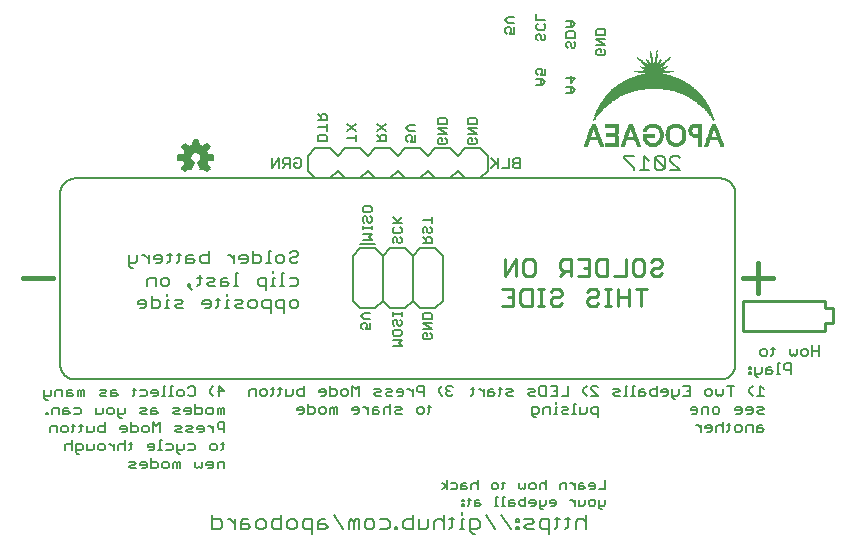
<source format=gbo>
G75*
%MOIN*%
%OFA0B0*%
%FSLAX25Y25*%
%IPPOS*%
%LPD*%
%AMOC8*
5,1,8,0,0,1.08239X$1,22.5*
%
%ADD10C,0.00600*%
%ADD11C,0.00800*%
%ADD12C,0.01000*%
%ADD13C,0.00591*%
%ADD14C,0.00700*%
%ADD15C,0.01600*%
%ADD16R,0.00625X0.00125*%
%ADD17R,0.01375X0.00125*%
%ADD18R,0.01250X0.00125*%
%ADD19R,0.02250X0.00125*%
%ADD20R,0.02375X0.00125*%
%ADD21R,0.04375X0.00125*%
%ADD22R,0.02750X0.00125*%
%ADD23R,0.02875X0.00125*%
%ADD24R,0.03500X0.00125*%
%ADD25R,0.04000X0.00125*%
%ADD26R,0.04250X0.00125*%
%ADD27R,0.04500X0.00125*%
%ADD28R,0.04625X0.00125*%
%ADD29R,0.04750X0.00125*%
%ADD30R,0.05125X0.00125*%
%ADD31R,0.02000X0.00125*%
%ADD32R,0.01875X0.00125*%
%ADD33R,0.01125X0.00125*%
%ADD34R,0.01750X0.00125*%
%ADD35R,0.01625X0.00125*%
%ADD36R,0.01500X0.00125*%
%ADD37R,0.05000X0.00125*%
%ADD38R,0.04875X0.00125*%
%ADD39R,0.02500X0.00125*%
%ADD40R,0.03000X0.00125*%
%ADD41R,0.03375X0.00125*%
%ADD42R,0.03750X0.00125*%
%ADD43R,0.04125X0.00125*%
%ADD44R,0.02125X0.00125*%
%ADD45R,0.05250X0.00125*%
%ADD46R,0.03875X0.00125*%
%ADD47R,0.03625X0.00125*%
%ADD48R,0.03125X0.00125*%
%ADD49R,0.01000X0.00125*%
%ADD50R,0.00125X0.00125*%
%ADD51R,0.00250X0.00125*%
%ADD52R,0.00375X0.00125*%
%ADD53R,0.00500X0.00125*%
%ADD54R,0.00750X0.00125*%
%ADD55R,0.00875X0.00125*%
%ADD56R,0.02625X0.00125*%
%ADD57R,0.03250X0.00125*%
%ADD58R,0.05500X0.00125*%
%ADD59R,0.05625X0.00125*%
%ADD60R,0.05750X0.00125*%
%ADD61R,0.06125X0.00125*%
%ADD62R,0.06000X0.00125*%
%ADD63R,0.06375X0.00125*%
%ADD64R,0.06500X0.00125*%
%ADD65R,0.06750X0.00125*%
%ADD66R,0.06625X0.00125*%
%ADD67R,0.06875X0.00125*%
%ADD68R,0.07125X0.00125*%
%ADD69R,0.07250X0.00125*%
%ADD70R,0.07375X0.00125*%
%ADD71R,0.07625X0.00125*%
%ADD72R,0.07750X0.00125*%
%ADD73R,0.08125X0.00125*%
%ADD74R,0.08000X0.00125*%
%ADD75R,0.08250X0.00125*%
%ADD76R,0.08875X0.00125*%
%ADD77R,0.09000X0.00125*%
%ADD78R,0.09125X0.00125*%
%ADD79R,0.09750X0.00125*%
%ADD80R,0.10875X0.00125*%
%ADD81R,0.10750X0.00125*%
%ADD82R,0.11625X0.00125*%
%ADD83R,0.11500X0.00125*%
%ADD84R,0.26875X0.00125*%
%ADD85R,0.26625X0.00125*%
%ADD86R,0.26250X0.00125*%
%ADD87R,0.25875X0.00125*%
%ADD88R,0.25625X0.00125*%
%ADD89R,0.25250X0.00125*%
%ADD90R,0.25000X0.00125*%
%ADD91R,0.24625X0.00125*%
%ADD92R,0.24125X0.00125*%
%ADD93R,0.23875X0.00125*%
%ADD94R,0.23500X0.00125*%
%ADD95R,0.23375X0.00125*%
%ADD96R,0.22875X0.00125*%
%ADD97R,0.22250X0.00125*%
%ADD98R,0.22125X0.00125*%
%ADD99R,0.21625X0.00125*%
%ADD100R,0.21250X0.00125*%
%ADD101R,0.20875X0.00125*%
%ADD102R,0.20375X0.00125*%
%ADD103R,0.19875X0.00125*%
%ADD104R,0.19375X0.00125*%
%ADD105R,0.19125X0.00125*%
%ADD106R,0.18375X0.00125*%
%ADD107R,0.17875X0.00125*%
%ADD108R,0.17500X0.00125*%
%ADD109R,0.16625X0.00125*%
%ADD110R,0.16375X0.00125*%
%ADD111R,0.15750X0.00125*%
%ADD112R,0.14875X0.00125*%
%ADD113R,0.14375X0.00125*%
%ADD114R,0.13500X0.00125*%
%ADD115R,0.12875X0.00125*%
%ADD116R,0.12125X0.00125*%
%ADD117R,0.10375X0.00125*%
%ADD118R,0.08375X0.00125*%
%ADD119R,0.06250X0.00125*%
%ADD120R,0.05875X0.00125*%
%ADD121R,0.05375X0.00125*%
%ADD122R,0.13125X0.00125*%
%ADD123R,0.13625X0.00125*%
%ADD124R,0.07500X0.00125*%
%ADD125R,0.07875X0.00125*%
D10*
X0082533Y0097850D02*
X0081966Y0098417D01*
X0082533Y0098984D01*
X0083668Y0098984D01*
X0084235Y0099551D01*
X0083668Y0100119D01*
X0081966Y0100119D01*
X0082533Y0097850D02*
X0084235Y0097850D01*
X0085649Y0098984D02*
X0087918Y0098984D01*
X0087918Y0098417D02*
X0087918Y0099551D01*
X0087351Y0100119D01*
X0086217Y0100119D01*
X0085649Y0099551D01*
X0085649Y0098984D01*
X0086217Y0097850D02*
X0087351Y0097850D01*
X0087918Y0098417D01*
X0089333Y0097850D02*
X0091034Y0097850D01*
X0091601Y0098417D01*
X0091601Y0099551D01*
X0091034Y0100119D01*
X0089333Y0100119D01*
X0089333Y0101253D02*
X0089333Y0097850D01*
X0093016Y0098417D02*
X0093016Y0099551D01*
X0093583Y0100119D01*
X0094717Y0100119D01*
X0095284Y0099551D01*
X0095284Y0098417D01*
X0094717Y0097850D01*
X0093583Y0097850D01*
X0093016Y0098417D01*
X0096699Y0097850D02*
X0096699Y0099551D01*
X0097266Y0100119D01*
X0097833Y0099551D01*
X0097833Y0097850D01*
X0098967Y0097850D02*
X0098967Y0100119D01*
X0098400Y0100119D01*
X0097833Y0099551D01*
X0098494Y0102716D02*
X0099061Y0102716D01*
X0098494Y0102716D02*
X0097927Y0103283D01*
X0097927Y0106119D01*
X0096512Y0105551D02*
X0096512Y0104417D01*
X0095945Y0103850D01*
X0094243Y0103850D01*
X0092829Y0103850D02*
X0091695Y0103850D01*
X0092262Y0103850D02*
X0092262Y0107253D01*
X0092829Y0107253D01*
X0094243Y0106119D02*
X0095945Y0106119D01*
X0096512Y0105551D01*
X0097927Y0103850D02*
X0099628Y0103850D01*
X0100195Y0104417D01*
X0100195Y0106119D01*
X0101610Y0106119D02*
X0103311Y0106119D01*
X0103878Y0105551D01*
X0103878Y0104417D01*
X0103311Y0103850D01*
X0101610Y0103850D01*
X0104065Y0100119D02*
X0104065Y0098417D01*
X0104632Y0097850D01*
X0105199Y0098417D01*
X0105767Y0097850D01*
X0106334Y0098417D01*
X0106334Y0100119D01*
X0107748Y0099551D02*
X0107748Y0098984D01*
X0110017Y0098984D01*
X0110017Y0098417D02*
X0110017Y0099551D01*
X0109450Y0100119D01*
X0108315Y0100119D01*
X0107748Y0099551D01*
X0108315Y0097850D02*
X0109450Y0097850D01*
X0110017Y0098417D01*
X0111431Y0097850D02*
X0111431Y0099551D01*
X0111999Y0100119D01*
X0113700Y0100119D01*
X0113700Y0097850D01*
X0112566Y0103850D02*
X0113133Y0104417D01*
X0113133Y0106686D01*
X0113700Y0106119D02*
X0112566Y0106119D01*
X0111245Y0105551D02*
X0111245Y0104417D01*
X0110677Y0103850D01*
X0109543Y0103850D01*
X0108976Y0104417D01*
X0108976Y0105551D01*
X0109543Y0106119D01*
X0110677Y0106119D01*
X0111245Y0105551D01*
X0110017Y0109850D02*
X0110017Y0112119D01*
X0108883Y0112119D02*
X0108315Y0112119D01*
X0108883Y0112119D02*
X0110017Y0110984D01*
X0111431Y0111551D02*
X0111999Y0110984D01*
X0113700Y0110984D01*
X0113700Y0109850D02*
X0113700Y0113253D01*
X0111999Y0113253D01*
X0111431Y0112686D01*
X0111431Y0111551D01*
X0111431Y0115850D02*
X0111431Y0117551D01*
X0111999Y0118119D01*
X0112566Y0117551D01*
X0112566Y0115850D01*
X0113700Y0115850D02*
X0113700Y0118119D01*
X0113133Y0118119D01*
X0112566Y0117551D01*
X0110017Y0117551D02*
X0109450Y0118119D01*
X0108315Y0118119D01*
X0107748Y0117551D01*
X0107748Y0116417D01*
X0108315Y0115850D01*
X0109450Y0115850D01*
X0110017Y0116417D01*
X0110017Y0117551D01*
X0106334Y0117551D02*
X0105767Y0118119D01*
X0104065Y0118119D01*
X0104065Y0119253D02*
X0104065Y0115850D01*
X0105767Y0115850D01*
X0106334Y0116417D01*
X0106334Y0117551D01*
X0102651Y0117551D02*
X0102083Y0118119D01*
X0100949Y0118119D01*
X0100382Y0117551D01*
X0100382Y0116984D01*
X0102651Y0116984D01*
X0102651Y0116417D02*
X0102651Y0117551D01*
X0102651Y0116417D02*
X0102083Y0115850D01*
X0100949Y0115850D01*
X0098967Y0115850D02*
X0097266Y0115850D01*
X0096699Y0116417D01*
X0097266Y0116984D01*
X0098400Y0116984D01*
X0098967Y0117551D01*
X0098400Y0118119D01*
X0096699Y0118119D01*
X0096512Y0121850D02*
X0095378Y0121850D01*
X0095945Y0121850D02*
X0095945Y0125253D01*
X0096512Y0125253D01*
X0097927Y0123551D02*
X0098494Y0124119D01*
X0099628Y0124119D01*
X0100195Y0123551D01*
X0100195Y0122417D01*
X0099628Y0121850D01*
X0098494Y0121850D01*
X0097927Y0122417D01*
X0097927Y0123551D01*
X0101610Y0122417D02*
X0102177Y0121850D01*
X0103311Y0121850D01*
X0103878Y0122417D01*
X0103878Y0124686D01*
X0103311Y0125253D01*
X0102177Y0125253D01*
X0101610Y0124686D01*
X0108883Y0124119D02*
X0110017Y0125253D01*
X0108883Y0124119D02*
X0108883Y0122984D01*
X0110017Y0121850D01*
X0111999Y0121850D02*
X0111999Y0125253D01*
X0113700Y0123551D01*
X0111431Y0123551D01*
X0121999Y0123801D02*
X0121999Y0122100D01*
X0121999Y0123801D02*
X0122566Y0124369D01*
X0124267Y0124369D01*
X0124267Y0122100D01*
X0125682Y0122667D02*
X0125682Y0123801D01*
X0126249Y0124369D01*
X0127383Y0124369D01*
X0127950Y0123801D01*
X0127950Y0122667D01*
X0127383Y0122100D01*
X0126249Y0122100D01*
X0125682Y0122667D01*
X0129272Y0122100D02*
X0129839Y0122667D01*
X0129839Y0124936D01*
X0130406Y0124369D02*
X0129272Y0124369D01*
X0131727Y0124369D02*
X0132861Y0124369D01*
X0132294Y0124936D02*
X0132294Y0122667D01*
X0131727Y0122100D01*
X0134276Y0122100D02*
X0134276Y0124369D01*
X0136544Y0124369D02*
X0136544Y0122667D01*
X0135977Y0122100D01*
X0134276Y0122100D01*
X0137959Y0122667D02*
X0137959Y0123801D01*
X0138526Y0124369D01*
X0140228Y0124369D01*
X0140228Y0125503D02*
X0140228Y0122100D01*
X0138526Y0122100D01*
X0137959Y0122667D01*
X0138526Y0118369D02*
X0137959Y0117801D01*
X0137959Y0117234D01*
X0140228Y0117234D01*
X0140228Y0116667D02*
X0140228Y0117801D01*
X0139660Y0118369D01*
X0138526Y0118369D01*
X0138526Y0116100D02*
X0139660Y0116100D01*
X0140228Y0116667D01*
X0141642Y0116100D02*
X0143344Y0116100D01*
X0143911Y0116667D01*
X0143911Y0117801D01*
X0143344Y0118369D01*
X0141642Y0118369D01*
X0141642Y0119503D02*
X0141642Y0116100D01*
X0145325Y0116667D02*
X0145325Y0117801D01*
X0145892Y0118369D01*
X0147027Y0118369D01*
X0147594Y0117801D01*
X0147594Y0116667D01*
X0147027Y0116100D01*
X0145892Y0116100D01*
X0145325Y0116667D01*
X0149008Y0116100D02*
X0149008Y0117801D01*
X0149576Y0118369D01*
X0150143Y0117801D01*
X0150143Y0116100D01*
X0151277Y0116100D02*
X0151277Y0118369D01*
X0150710Y0118369D01*
X0150143Y0117801D01*
X0150710Y0122100D02*
X0151277Y0122667D01*
X0151277Y0123801D01*
X0150710Y0124369D01*
X0149008Y0124369D01*
X0149008Y0125503D02*
X0149008Y0122100D01*
X0150710Y0122100D01*
X0152692Y0122667D02*
X0152692Y0123801D01*
X0153259Y0124369D01*
X0154393Y0124369D01*
X0154960Y0123801D01*
X0154960Y0122667D01*
X0154393Y0122100D01*
X0153259Y0122100D01*
X0152692Y0122667D01*
X0156375Y0122100D02*
X0156375Y0125503D01*
X0157509Y0124369D01*
X0158643Y0125503D01*
X0158643Y0122100D01*
X0158076Y0118369D02*
X0156942Y0118369D01*
X0156375Y0117801D01*
X0156375Y0117234D01*
X0158643Y0117234D01*
X0158643Y0116667D02*
X0158643Y0117801D01*
X0158076Y0118369D01*
X0158643Y0116667D02*
X0158076Y0116100D01*
X0156942Y0116100D01*
X0160011Y0118369D02*
X0160578Y0118369D01*
X0161713Y0117234D01*
X0161713Y0116100D02*
X0161713Y0118369D01*
X0163127Y0117801D02*
X0163694Y0118369D01*
X0164829Y0118369D01*
X0164829Y0117234D02*
X0163127Y0117234D01*
X0163127Y0117801D02*
X0163127Y0116100D01*
X0164829Y0116100D01*
X0165396Y0116667D01*
X0164829Y0117234D01*
X0166810Y0117801D02*
X0166810Y0116100D01*
X0166810Y0117801D02*
X0167377Y0118369D01*
X0168512Y0118369D01*
X0169079Y0117801D01*
X0170493Y0118369D02*
X0172195Y0118369D01*
X0172762Y0117801D01*
X0172195Y0117234D01*
X0171061Y0117234D01*
X0170493Y0116667D01*
X0171061Y0116100D01*
X0172762Y0116100D01*
X0169079Y0116100D02*
X0169079Y0119503D01*
X0169693Y0122100D02*
X0167991Y0122100D01*
X0167424Y0122667D01*
X0167991Y0123234D01*
X0169126Y0123234D01*
X0169693Y0123801D01*
X0169126Y0124369D01*
X0167424Y0124369D01*
X0166010Y0123801D02*
X0165442Y0124369D01*
X0163741Y0124369D01*
X0164308Y0123234D02*
X0163741Y0122667D01*
X0164308Y0122100D01*
X0166010Y0122100D01*
X0165442Y0123234D02*
X0166010Y0123801D01*
X0165442Y0123234D02*
X0164308Y0123234D01*
X0171107Y0123234D02*
X0173376Y0123234D01*
X0173376Y0122667D02*
X0173376Y0123801D01*
X0172809Y0124369D01*
X0171674Y0124369D01*
X0171107Y0123801D01*
X0171107Y0123234D01*
X0171674Y0122100D02*
X0172809Y0122100D01*
X0173376Y0122667D01*
X0174744Y0124369D02*
X0175311Y0124369D01*
X0176445Y0123234D01*
X0176445Y0122100D02*
X0176445Y0124369D01*
X0177860Y0124936D02*
X0177860Y0123801D01*
X0178427Y0123234D01*
X0180128Y0123234D01*
X0180128Y0122100D02*
X0180128Y0125503D01*
X0178427Y0125503D01*
X0177860Y0124936D01*
X0178427Y0118369D02*
X0179561Y0118369D01*
X0180128Y0117801D01*
X0180128Y0116667D01*
X0179561Y0116100D01*
X0178427Y0116100D01*
X0177860Y0116667D01*
X0177860Y0117801D01*
X0178427Y0118369D01*
X0181449Y0118369D02*
X0182584Y0118369D01*
X0182017Y0118936D02*
X0182017Y0116667D01*
X0181449Y0116100D01*
X0186267Y0122100D02*
X0185133Y0123234D01*
X0185133Y0124369D01*
X0186267Y0125503D01*
X0187681Y0124936D02*
X0187681Y0124369D01*
X0188249Y0123801D01*
X0187681Y0123234D01*
X0187681Y0122667D01*
X0188249Y0122100D01*
X0189383Y0122100D01*
X0189950Y0122667D01*
X0188816Y0123801D02*
X0188249Y0123801D01*
X0187681Y0124936D02*
X0188249Y0125503D01*
X0189383Y0125503D01*
X0189950Y0124936D01*
X0195937Y0124369D02*
X0197072Y0124369D01*
X0196504Y0124936D02*
X0196504Y0122667D01*
X0195937Y0122100D01*
X0198439Y0124369D02*
X0199007Y0124369D01*
X0200141Y0123234D01*
X0200141Y0122100D02*
X0200141Y0124369D01*
X0201555Y0123801D02*
X0201555Y0122100D01*
X0203257Y0122100D01*
X0203824Y0122667D01*
X0203257Y0123234D01*
X0201555Y0123234D01*
X0201555Y0123801D02*
X0202123Y0124369D01*
X0203257Y0124369D01*
X0205145Y0124369D02*
X0206279Y0124369D01*
X0205712Y0124936D02*
X0205712Y0122667D01*
X0205145Y0122100D01*
X0207694Y0122667D02*
X0208261Y0123234D01*
X0209395Y0123234D01*
X0209963Y0123801D01*
X0209395Y0124369D01*
X0207694Y0124369D01*
X0207694Y0122667D02*
X0208261Y0122100D01*
X0209963Y0122100D01*
X0215060Y0122667D02*
X0215627Y0123234D01*
X0216762Y0123234D01*
X0217329Y0123801D01*
X0216762Y0124369D01*
X0215060Y0124369D01*
X0215060Y0122667D02*
X0215627Y0122100D01*
X0217329Y0122100D01*
X0218743Y0122667D02*
X0218743Y0124936D01*
X0219311Y0125503D01*
X0221012Y0125503D01*
X0221012Y0122100D01*
X0219311Y0122100D01*
X0218743Y0122667D01*
X0222427Y0122100D02*
X0224695Y0122100D01*
X0224695Y0125503D01*
X0222427Y0125503D01*
X0223561Y0123801D02*
X0224695Y0123801D01*
X0226110Y0122100D02*
X0228378Y0122100D01*
X0228378Y0125503D01*
X0233383Y0124369D02*
X0234517Y0125503D01*
X0235931Y0124936D02*
X0236499Y0125503D01*
X0237633Y0125503D01*
X0238200Y0124936D01*
X0235931Y0124936D02*
X0235931Y0124369D01*
X0238200Y0122100D01*
X0235931Y0122100D01*
X0234517Y0122100D02*
X0233383Y0123234D01*
X0233383Y0124369D01*
X0230834Y0119503D02*
X0230267Y0119503D01*
X0230267Y0116100D01*
X0230834Y0116100D02*
X0229699Y0116100D01*
X0228378Y0116100D02*
X0226677Y0116100D01*
X0226110Y0116667D01*
X0226677Y0117234D01*
X0227811Y0117234D01*
X0228378Y0117801D01*
X0227811Y0118369D01*
X0226110Y0118369D01*
X0224695Y0118369D02*
X0224128Y0118369D01*
X0224128Y0116100D01*
X0224695Y0116100D02*
X0223561Y0116100D01*
X0222240Y0116100D02*
X0222240Y0118369D01*
X0220538Y0118369D01*
X0219971Y0117801D01*
X0219971Y0116100D01*
X0218557Y0116667D02*
X0217989Y0116100D01*
X0216288Y0116100D01*
X0216288Y0115533D02*
X0216288Y0118369D01*
X0217989Y0118369D01*
X0218557Y0117801D01*
X0218557Y0116667D01*
X0217422Y0114966D02*
X0216855Y0114966D01*
X0216288Y0115533D01*
X0224128Y0119503D02*
X0224128Y0120070D01*
X0232248Y0118369D02*
X0232248Y0116100D01*
X0233950Y0116100D01*
X0234517Y0116667D01*
X0234517Y0118369D01*
X0235931Y0117801D02*
X0236499Y0118369D01*
X0238200Y0118369D01*
X0238200Y0114966D01*
X0238200Y0116100D02*
X0236499Y0116100D01*
X0235931Y0116667D01*
X0235931Y0117801D01*
X0243301Y0122667D02*
X0243868Y0123234D01*
X0245002Y0123234D01*
X0245569Y0123801D01*
X0245002Y0124369D01*
X0243301Y0124369D01*
X0243301Y0122667D02*
X0243868Y0122100D01*
X0245569Y0122100D01*
X0246890Y0122100D02*
X0248025Y0122100D01*
X0247457Y0122100D02*
X0247457Y0125503D01*
X0248025Y0125503D01*
X0249913Y0125503D02*
X0249913Y0122100D01*
X0250480Y0122100D02*
X0249346Y0122100D01*
X0251895Y0122100D02*
X0253596Y0122100D01*
X0254163Y0122667D01*
X0253596Y0123234D01*
X0251895Y0123234D01*
X0251895Y0123801D02*
X0251895Y0122100D01*
X0251895Y0123801D02*
X0252462Y0124369D01*
X0253596Y0124369D01*
X0255578Y0123801D02*
X0256145Y0124369D01*
X0257846Y0124369D01*
X0257846Y0125503D02*
X0257846Y0122100D01*
X0256145Y0122100D01*
X0255578Y0122667D01*
X0255578Y0123801D01*
X0259261Y0123801D02*
X0259261Y0123234D01*
X0261529Y0123234D01*
X0261529Y0122667D02*
X0261529Y0123801D01*
X0260962Y0124369D01*
X0259828Y0124369D01*
X0259261Y0123801D01*
X0259828Y0122100D02*
X0260962Y0122100D01*
X0261529Y0122667D01*
X0262944Y0122100D02*
X0264645Y0122100D01*
X0265213Y0122667D01*
X0265213Y0124369D01*
X0266627Y0125503D02*
X0268896Y0125503D01*
X0268896Y0122100D01*
X0266627Y0122100D01*
X0267761Y0123801D02*
X0268896Y0123801D01*
X0273993Y0123801D02*
X0274561Y0124369D01*
X0275695Y0124369D01*
X0276262Y0123801D01*
X0276262Y0122667D01*
X0275695Y0122100D01*
X0274561Y0122100D01*
X0273993Y0122667D01*
X0273993Y0123801D01*
X0277677Y0124369D02*
X0277677Y0122667D01*
X0278244Y0122100D01*
X0278811Y0122667D01*
X0279378Y0122100D01*
X0279945Y0122667D01*
X0279945Y0124369D01*
X0281360Y0125503D02*
X0283628Y0125503D01*
X0282494Y0125503D02*
X0282494Y0122100D01*
X0284382Y0118369D02*
X0283815Y0117801D01*
X0283815Y0117234D01*
X0286084Y0117234D01*
X0286084Y0116667D02*
X0286084Y0117801D01*
X0285517Y0118369D01*
X0284382Y0118369D01*
X0284382Y0116100D02*
X0285517Y0116100D01*
X0286084Y0116667D01*
X0287498Y0117234D02*
X0289767Y0117234D01*
X0289767Y0116667D02*
X0289767Y0117801D01*
X0289200Y0118369D01*
X0288065Y0118369D01*
X0287498Y0117801D01*
X0287498Y0117234D01*
X0288065Y0116100D02*
X0289200Y0116100D01*
X0289767Y0116667D01*
X0291181Y0116667D02*
X0291749Y0117234D01*
X0292883Y0117234D01*
X0293450Y0117801D01*
X0292883Y0118369D01*
X0291181Y0118369D01*
X0291181Y0116667D02*
X0291749Y0116100D01*
X0293450Y0116100D01*
X0292883Y0112369D02*
X0291749Y0112369D01*
X0291181Y0111801D01*
X0291181Y0110100D01*
X0292883Y0110100D01*
X0293450Y0110667D01*
X0292883Y0111234D01*
X0291181Y0111234D01*
X0289767Y0110100D02*
X0289767Y0112369D01*
X0288065Y0112369D01*
X0287498Y0111801D01*
X0287498Y0110100D01*
X0286084Y0110667D02*
X0286084Y0111801D01*
X0285517Y0112369D01*
X0284382Y0112369D01*
X0283815Y0111801D01*
X0283815Y0110667D01*
X0284382Y0110100D01*
X0285517Y0110100D01*
X0286084Y0110667D01*
X0282401Y0112369D02*
X0281266Y0112369D01*
X0281833Y0112936D02*
X0281833Y0110667D01*
X0281266Y0110100D01*
X0279945Y0110100D02*
X0279945Y0113503D01*
X0279378Y0112369D02*
X0278244Y0112369D01*
X0277677Y0111801D01*
X0277677Y0110100D01*
X0276262Y0110667D02*
X0276262Y0111801D01*
X0275695Y0112369D01*
X0274561Y0112369D01*
X0273993Y0111801D01*
X0273993Y0111234D01*
X0276262Y0111234D01*
X0276262Y0110667D02*
X0275695Y0110100D01*
X0274561Y0110100D01*
X0272579Y0110100D02*
X0272579Y0112369D01*
X0271445Y0112369D02*
X0270877Y0112369D01*
X0271445Y0112369D02*
X0272579Y0111234D01*
X0272766Y0116100D02*
X0272766Y0117801D01*
X0273333Y0118369D01*
X0275034Y0118369D01*
X0275034Y0116100D01*
X0276449Y0116667D02*
X0276449Y0117801D01*
X0277016Y0118369D01*
X0278150Y0118369D01*
X0278717Y0117801D01*
X0278717Y0116667D01*
X0278150Y0116100D01*
X0277016Y0116100D01*
X0276449Y0116667D01*
X0271351Y0116667D02*
X0271351Y0117801D01*
X0270784Y0118369D01*
X0269650Y0118369D01*
X0269083Y0117801D01*
X0269083Y0117234D01*
X0271351Y0117234D01*
X0271351Y0116667D02*
X0270784Y0116100D01*
X0269650Y0116100D01*
X0264078Y0120966D02*
X0263511Y0120966D01*
X0262944Y0121533D01*
X0262944Y0124369D01*
X0250480Y0125503D02*
X0249913Y0125503D01*
X0279378Y0112369D02*
X0279945Y0111801D01*
X0289767Y0122100D02*
X0288633Y0123234D01*
X0288633Y0124369D01*
X0289767Y0125503D01*
X0292316Y0125503D02*
X0292316Y0122100D01*
X0293450Y0122100D02*
X0291181Y0122100D01*
X0293450Y0124369D02*
X0292316Y0125503D01*
X0291686Y0128316D02*
X0291119Y0128316D01*
X0290552Y0128883D01*
X0290552Y0131719D01*
X0289137Y0131719D02*
X0289137Y0131151D01*
X0288570Y0131151D01*
X0288570Y0131719D01*
X0289137Y0131719D01*
X0289137Y0130017D02*
X0289137Y0129450D01*
X0288570Y0129450D01*
X0288570Y0130017D01*
X0289137Y0130017D01*
X0290552Y0129450D02*
X0292253Y0129450D01*
X0292820Y0130017D01*
X0292820Y0131719D01*
X0294235Y0131151D02*
X0294802Y0131719D01*
X0295936Y0131719D01*
X0295936Y0130584D02*
X0294235Y0130584D01*
X0294235Y0131151D02*
X0294235Y0129450D01*
X0295936Y0129450D01*
X0296504Y0130017D01*
X0295936Y0130584D01*
X0297825Y0129450D02*
X0298959Y0129450D01*
X0298392Y0129450D02*
X0298392Y0132853D01*
X0298959Y0132853D01*
X0300374Y0132286D02*
X0300374Y0131151D01*
X0300941Y0130584D01*
X0302642Y0130584D01*
X0302642Y0129450D02*
X0302642Y0132853D01*
X0300941Y0132853D01*
X0300374Y0132286D01*
X0302782Y0135450D02*
X0302215Y0136017D01*
X0302215Y0137719D01*
X0303349Y0136017D02*
X0302782Y0135450D01*
X0303349Y0136017D02*
X0303917Y0135450D01*
X0304484Y0136017D01*
X0304484Y0137719D01*
X0305898Y0137151D02*
X0306465Y0137719D01*
X0307600Y0137719D01*
X0308167Y0137151D01*
X0308167Y0136017D01*
X0307600Y0135450D01*
X0306465Y0135450D01*
X0305898Y0136017D01*
X0305898Y0137151D01*
X0309581Y0137151D02*
X0311850Y0137151D01*
X0311850Y0135450D02*
X0311850Y0138853D01*
X0309581Y0138853D02*
X0309581Y0135450D01*
X0297117Y0137719D02*
X0295983Y0137719D01*
X0296550Y0138286D02*
X0296550Y0136017D01*
X0295983Y0135450D01*
X0294662Y0136017D02*
X0294095Y0135450D01*
X0292961Y0135450D01*
X0292393Y0136017D01*
X0292393Y0137151D01*
X0292961Y0137719D01*
X0294095Y0137719D01*
X0294662Y0137151D01*
X0294662Y0136017D01*
X0240700Y0094003D02*
X0240700Y0090900D01*
X0238632Y0090900D01*
X0237293Y0091417D02*
X0237293Y0092451D01*
X0236776Y0092968D01*
X0235742Y0092968D01*
X0235225Y0092451D01*
X0235225Y0091934D01*
X0237293Y0091934D01*
X0237293Y0091417D02*
X0236776Y0090900D01*
X0235742Y0090900D01*
X0233886Y0091417D02*
X0233369Y0091934D01*
X0231818Y0091934D01*
X0231818Y0092451D02*
X0231818Y0090900D01*
X0233369Y0090900D01*
X0233886Y0091417D01*
X0233369Y0092968D02*
X0232335Y0092968D01*
X0231818Y0092451D01*
X0230479Y0091934D02*
X0229445Y0092968D01*
X0228928Y0092968D01*
X0227640Y0092968D02*
X0226089Y0092968D01*
X0225572Y0092451D01*
X0225572Y0090900D01*
X0227640Y0090900D02*
X0227640Y0092968D01*
X0230479Y0092968D02*
X0230479Y0090900D01*
X0230479Y0087418D02*
X0230479Y0085350D01*
X0230479Y0086384D02*
X0229445Y0087418D01*
X0228928Y0087418D01*
X0231818Y0087418D02*
X0231818Y0085350D01*
X0233369Y0085350D01*
X0233886Y0085867D01*
X0233886Y0087418D01*
X0235225Y0086901D02*
X0235742Y0087418D01*
X0236776Y0087418D01*
X0237293Y0086901D01*
X0237293Y0085867D01*
X0236776Y0085350D01*
X0235742Y0085350D01*
X0235225Y0085867D01*
X0235225Y0086901D01*
X0238632Y0087418D02*
X0238632Y0084833D01*
X0239149Y0084316D01*
X0239666Y0084316D01*
X0240183Y0085350D02*
X0238632Y0085350D01*
X0240183Y0085350D02*
X0240700Y0085867D01*
X0240700Y0087418D01*
X0224233Y0086901D02*
X0223716Y0087418D01*
X0222682Y0087418D01*
X0222165Y0086901D01*
X0222165Y0086384D01*
X0224233Y0086384D01*
X0224233Y0085867D02*
X0224233Y0086901D01*
X0224233Y0085867D02*
X0223716Y0085350D01*
X0222682Y0085350D01*
X0220826Y0085867D02*
X0220309Y0085350D01*
X0218758Y0085350D01*
X0218758Y0084833D02*
X0219275Y0084316D01*
X0219792Y0084316D01*
X0218758Y0084833D02*
X0218758Y0087418D01*
X0217420Y0086901D02*
X0216902Y0087418D01*
X0215868Y0087418D01*
X0215351Y0086901D01*
X0215351Y0086384D01*
X0217420Y0086384D01*
X0217420Y0085867D02*
X0217420Y0086901D01*
X0217420Y0085867D02*
X0216902Y0085350D01*
X0215868Y0085350D01*
X0214013Y0085350D02*
X0212461Y0085350D01*
X0211944Y0085867D01*
X0211944Y0086901D01*
X0212461Y0087418D01*
X0214013Y0087418D01*
X0214013Y0088453D02*
X0214013Y0085350D01*
X0210606Y0085867D02*
X0210089Y0086384D01*
X0208537Y0086384D01*
X0208537Y0086901D02*
X0208537Y0085350D01*
X0210089Y0085350D01*
X0210606Y0085867D01*
X0210089Y0087418D02*
X0209054Y0087418D01*
X0208537Y0086901D01*
X0207199Y0085350D02*
X0206165Y0085350D01*
X0206682Y0085350D02*
X0206682Y0088453D01*
X0207199Y0088453D01*
X0204928Y0088453D02*
X0204410Y0088453D01*
X0204410Y0085350D01*
X0203893Y0085350D02*
X0204928Y0085350D01*
X0204410Y0090900D02*
X0204928Y0091417D01*
X0204928Y0092451D01*
X0204410Y0092968D01*
X0203376Y0092968D01*
X0202859Y0092451D01*
X0202859Y0091417D01*
X0203376Y0090900D01*
X0204410Y0090900D01*
X0206165Y0090900D02*
X0206682Y0091417D01*
X0206682Y0093486D01*
X0207199Y0092968D02*
X0206165Y0092968D01*
X0211944Y0092968D02*
X0211944Y0091417D01*
X0212461Y0090900D01*
X0212978Y0091417D01*
X0213495Y0090900D01*
X0214013Y0091417D01*
X0214013Y0092968D01*
X0215351Y0092451D02*
X0215868Y0092968D01*
X0216902Y0092968D01*
X0217420Y0092451D01*
X0217420Y0091417D01*
X0216902Y0090900D01*
X0215868Y0090900D01*
X0215351Y0091417D01*
X0215351Y0092451D01*
X0218758Y0092451D02*
X0218758Y0090900D01*
X0218758Y0092451D02*
X0219275Y0092968D01*
X0220309Y0092968D01*
X0220826Y0092451D01*
X0220826Y0090900D02*
X0220826Y0094003D01*
X0220826Y0087418D02*
X0220826Y0085867D01*
X0199249Y0085867D02*
X0198732Y0086384D01*
X0197181Y0086384D01*
X0197181Y0086901D02*
X0197181Y0085350D01*
X0198732Y0085350D01*
X0199249Y0085867D01*
X0198732Y0087418D02*
X0197698Y0087418D01*
X0197181Y0086901D01*
X0195842Y0087418D02*
X0194808Y0087418D01*
X0195325Y0087936D02*
X0195325Y0085867D01*
X0194808Y0085350D01*
X0193571Y0085350D02*
X0193571Y0085867D01*
X0193054Y0085867D01*
X0193054Y0085350D01*
X0193571Y0085350D01*
X0193571Y0086901D02*
X0193571Y0087418D01*
X0193054Y0087418D01*
X0193054Y0086901D01*
X0193571Y0086901D01*
X0194190Y0090900D02*
X0192638Y0090900D01*
X0192638Y0092451D01*
X0193155Y0092968D01*
X0194190Y0092968D01*
X0194190Y0091934D02*
X0192638Y0091934D01*
X0191300Y0091417D02*
X0190783Y0090900D01*
X0189231Y0090900D01*
X0187893Y0090900D02*
X0187893Y0094003D01*
X0189231Y0092968D02*
X0190783Y0092968D01*
X0191300Y0092451D01*
X0191300Y0091417D01*
X0194190Y0090900D02*
X0194707Y0091417D01*
X0194190Y0091934D01*
X0196045Y0092451D02*
X0196045Y0090900D01*
X0196045Y0092451D02*
X0196562Y0092968D01*
X0197597Y0092968D01*
X0198114Y0092451D01*
X0198114Y0090900D02*
X0198114Y0094003D01*
X0187893Y0091934D02*
X0186342Y0090900D01*
X0187893Y0091934D02*
X0186342Y0092968D01*
X0147594Y0122667D02*
X0147594Y0123801D01*
X0147027Y0124369D01*
X0145892Y0124369D01*
X0145325Y0123801D01*
X0145325Y0123234D01*
X0147594Y0123234D01*
X0147594Y0122667D02*
X0147027Y0122100D01*
X0145892Y0122100D01*
X0159817Y0144286D02*
X0159300Y0144803D01*
X0159300Y0145838D01*
X0159817Y0146355D01*
X0160851Y0146355D01*
X0161368Y0145838D01*
X0161368Y0145320D01*
X0160851Y0144286D01*
X0162403Y0144286D01*
X0162403Y0146355D01*
X0162403Y0147693D02*
X0160334Y0147693D01*
X0159300Y0148727D01*
X0160334Y0149762D01*
X0162403Y0149762D01*
X0169800Y0149863D02*
X0169800Y0148829D01*
X0169800Y0149346D02*
X0172903Y0149346D01*
X0172903Y0148829D02*
X0172903Y0149863D01*
X0172386Y0147490D02*
X0172903Y0146973D01*
X0172903Y0145939D01*
X0172386Y0145422D01*
X0171868Y0145422D01*
X0171351Y0145939D01*
X0171351Y0146973D01*
X0170834Y0147490D01*
X0170317Y0147490D01*
X0169800Y0146973D01*
X0169800Y0145939D01*
X0170317Y0145422D01*
X0170317Y0144083D02*
X0172386Y0144083D01*
X0172903Y0143566D01*
X0172903Y0142532D01*
X0172386Y0142015D01*
X0170317Y0142015D01*
X0169800Y0142532D01*
X0169800Y0143566D01*
X0170317Y0144083D01*
X0169800Y0140676D02*
X0172903Y0140676D01*
X0171868Y0139642D01*
X0172903Y0138608D01*
X0169800Y0138608D01*
X0179800Y0141396D02*
X0179800Y0142431D01*
X0180317Y0142948D01*
X0181351Y0142948D01*
X0181351Y0141913D01*
X0180317Y0140879D02*
X0179800Y0141396D01*
X0180317Y0140879D02*
X0182386Y0140879D01*
X0182903Y0141396D01*
X0182903Y0142431D01*
X0182386Y0142948D01*
X0182903Y0144286D02*
X0179800Y0146355D01*
X0182903Y0146355D01*
X0182903Y0147693D02*
X0182903Y0149244D01*
X0182386Y0149762D01*
X0180317Y0149762D01*
X0179800Y0149244D01*
X0179800Y0147693D01*
X0182903Y0147693D01*
X0182903Y0144286D02*
X0179800Y0144286D01*
X0179800Y0172879D02*
X0182903Y0172879D01*
X0182903Y0174431D01*
X0182386Y0174948D01*
X0181351Y0174948D01*
X0180834Y0174431D01*
X0180834Y0172879D01*
X0180834Y0173913D02*
X0179800Y0174948D01*
X0180317Y0176286D02*
X0179800Y0176803D01*
X0179800Y0177837D01*
X0180317Y0178355D01*
X0180834Y0178355D01*
X0181351Y0177837D01*
X0181351Y0176803D01*
X0181868Y0176286D01*
X0182386Y0176286D01*
X0182903Y0176803D01*
X0182903Y0177837D01*
X0182386Y0178355D01*
X0182903Y0179693D02*
X0182903Y0181762D01*
X0182903Y0180727D02*
X0179800Y0180727D01*
X0172903Y0179693D02*
X0169800Y0179693D01*
X0170834Y0179693D02*
X0172903Y0181762D01*
X0171351Y0180210D02*
X0169800Y0181762D01*
X0170317Y0178355D02*
X0169800Y0177837D01*
X0169800Y0176803D01*
X0170317Y0176286D01*
X0172386Y0176286D01*
X0172903Y0176803D01*
X0172903Y0177837D01*
X0172386Y0178355D01*
X0172386Y0174948D02*
X0172903Y0174431D01*
X0172903Y0173396D01*
X0172386Y0172879D01*
X0171868Y0172879D01*
X0171351Y0173396D01*
X0171351Y0174431D01*
X0170834Y0174948D01*
X0170317Y0174948D01*
X0169800Y0174431D01*
X0169800Y0173396D01*
X0170317Y0172879D01*
X0162903Y0174108D02*
X0161868Y0175142D01*
X0162903Y0176176D01*
X0159800Y0176176D01*
X0159800Y0177515D02*
X0159800Y0178549D01*
X0159800Y0178032D02*
X0162903Y0178032D01*
X0162903Y0177515D02*
X0162903Y0178549D01*
X0162386Y0179786D02*
X0161868Y0179786D01*
X0161351Y0180303D01*
X0161351Y0181337D01*
X0160834Y0181855D01*
X0160317Y0181855D01*
X0159800Y0181337D01*
X0159800Y0180303D01*
X0160317Y0179786D01*
X0162386Y0179786D02*
X0162903Y0180303D01*
X0162903Y0181337D01*
X0162386Y0181855D01*
X0162386Y0183193D02*
X0160317Y0183193D01*
X0159800Y0183710D01*
X0159800Y0184744D01*
X0160317Y0185262D01*
X0162386Y0185262D01*
X0162903Y0184744D01*
X0162903Y0183710D01*
X0162386Y0183193D01*
X0162903Y0174108D02*
X0159800Y0174108D01*
X0138633Y0198100D02*
X0137499Y0198100D01*
X0136931Y0198667D01*
X0136931Y0199801D01*
X0138066Y0199801D01*
X0139200Y0198667D02*
X0138633Y0198100D01*
X0139200Y0198667D02*
X0139200Y0200936D01*
X0138633Y0201503D01*
X0137499Y0201503D01*
X0136931Y0200936D01*
X0135517Y0201503D02*
X0133815Y0201503D01*
X0133248Y0200936D01*
X0133248Y0199801D01*
X0133815Y0199234D01*
X0135517Y0199234D01*
X0135517Y0198100D02*
X0135517Y0201503D01*
X0134383Y0199234D02*
X0133248Y0198100D01*
X0131834Y0198100D02*
X0131834Y0201503D01*
X0129565Y0198100D01*
X0129565Y0201503D01*
X0144800Y0207100D02*
X0144800Y0208651D01*
X0145317Y0209168D01*
X0147386Y0209168D01*
X0147903Y0208651D01*
X0147903Y0207100D01*
X0144800Y0207100D01*
X0144800Y0211541D02*
X0147903Y0211541D01*
X0147903Y0210507D02*
X0147903Y0212575D01*
X0147903Y0213914D02*
X0147903Y0215465D01*
X0147386Y0215982D01*
X0146351Y0215982D01*
X0145834Y0215465D01*
X0145834Y0213914D01*
X0144800Y0213914D02*
X0147903Y0213914D01*
X0145834Y0214948D02*
X0144800Y0215982D01*
X0154550Y0212512D02*
X0157653Y0210443D01*
X0157653Y0209105D02*
X0157653Y0207036D01*
X0157653Y0208070D02*
X0154550Y0208070D01*
X0154550Y0210443D02*
X0157653Y0212512D01*
X0164550Y0212512D02*
X0167653Y0210443D01*
X0167136Y0209105D02*
X0166101Y0209105D01*
X0165584Y0208587D01*
X0165584Y0207036D01*
X0164550Y0207036D02*
X0167653Y0207036D01*
X0167653Y0208587D01*
X0167136Y0209105D01*
X0165584Y0208070D02*
X0164550Y0209105D01*
X0164550Y0210443D02*
X0167653Y0212512D01*
X0174300Y0211227D02*
X0175334Y0212262D01*
X0177403Y0212262D01*
X0177403Y0210193D02*
X0175334Y0210193D01*
X0174300Y0211227D01*
X0174817Y0208855D02*
X0174300Y0208337D01*
X0174300Y0207303D01*
X0174817Y0206786D01*
X0175851Y0206786D02*
X0176368Y0207820D01*
X0176368Y0208337D01*
X0175851Y0208855D01*
X0174817Y0208855D01*
X0175851Y0206786D02*
X0177403Y0206786D01*
X0177403Y0208855D01*
X0184800Y0209286D02*
X0187903Y0209286D01*
X0184800Y0211355D01*
X0187903Y0211355D01*
X0187903Y0212693D02*
X0187903Y0214244D01*
X0187386Y0214762D01*
X0185317Y0214762D01*
X0184800Y0214244D01*
X0184800Y0212693D01*
X0187903Y0212693D01*
X0187386Y0207948D02*
X0187903Y0207431D01*
X0187903Y0206396D01*
X0187386Y0205879D01*
X0185317Y0205879D01*
X0184800Y0206396D01*
X0184800Y0207431D01*
X0185317Y0207948D01*
X0186351Y0207948D01*
X0186351Y0206913D01*
X0194800Y0206396D02*
X0194800Y0207431D01*
X0195317Y0207948D01*
X0196351Y0207948D01*
X0196351Y0206913D01*
X0195317Y0205879D02*
X0194800Y0206396D01*
X0195317Y0205879D02*
X0197386Y0205879D01*
X0197903Y0206396D01*
X0197903Y0207431D01*
X0197386Y0207948D01*
X0197903Y0209286D02*
X0194800Y0211355D01*
X0197903Y0211355D01*
X0197903Y0212693D02*
X0194800Y0212693D01*
X0194800Y0214244D01*
X0195317Y0214762D01*
X0197386Y0214762D01*
X0197903Y0214244D01*
X0197903Y0212693D01*
X0197903Y0209286D02*
X0194800Y0209286D01*
X0202565Y0201253D02*
X0204834Y0198984D01*
X0204267Y0199551D02*
X0202565Y0197850D01*
X0204834Y0197850D02*
X0204834Y0201253D01*
X0208517Y0201253D02*
X0208517Y0197850D01*
X0206248Y0197850D01*
X0209931Y0198417D02*
X0209931Y0198984D01*
X0210499Y0199551D01*
X0212200Y0199551D01*
X0212200Y0197850D02*
X0212200Y0201253D01*
X0210499Y0201253D01*
X0209931Y0200686D01*
X0209931Y0200119D01*
X0210499Y0199551D01*
X0209931Y0198417D02*
X0210499Y0197850D01*
X0212200Y0197850D01*
X0227600Y0223100D02*
X0229668Y0223100D01*
X0230703Y0224134D01*
X0229668Y0225168D01*
X0227600Y0225168D01*
X0229151Y0225168D02*
X0229151Y0223100D01*
X0229151Y0226507D02*
X0229151Y0228575D01*
X0227600Y0228058D02*
X0230703Y0228058D01*
X0229151Y0226507D01*
X0220703Y0226634D02*
X0219668Y0227668D01*
X0217600Y0227668D01*
X0218117Y0229007D02*
X0217600Y0229524D01*
X0217600Y0230558D01*
X0218117Y0231075D01*
X0219151Y0231075D01*
X0219668Y0230558D01*
X0219668Y0230041D01*
X0219151Y0229007D01*
X0220703Y0229007D01*
X0220703Y0231075D01*
X0219151Y0227668D02*
X0219151Y0225600D01*
X0219668Y0225600D02*
X0220703Y0226634D01*
X0219668Y0225600D02*
X0217600Y0225600D01*
X0228117Y0238100D02*
X0227600Y0238617D01*
X0227600Y0239651D01*
X0228117Y0240168D01*
X0228634Y0240168D01*
X0229151Y0239651D01*
X0229151Y0238617D01*
X0229668Y0238100D01*
X0230186Y0238100D01*
X0230703Y0238617D01*
X0230703Y0239651D01*
X0230186Y0240168D01*
X0230703Y0241507D02*
X0230703Y0243058D01*
X0230186Y0243575D01*
X0228117Y0243575D01*
X0227600Y0243058D01*
X0227600Y0241507D01*
X0230703Y0241507D01*
X0229668Y0244914D02*
X0230703Y0245948D01*
X0229668Y0246982D01*
X0227600Y0246982D01*
X0229151Y0246982D02*
X0229151Y0244914D01*
X0229668Y0244914D02*
X0227600Y0244914D01*
X0220703Y0244524D02*
X0220186Y0244007D01*
X0218117Y0244007D01*
X0217600Y0244524D01*
X0217600Y0245558D01*
X0218117Y0246075D01*
X0217600Y0247414D02*
X0217600Y0249482D01*
X0217600Y0247414D02*
X0220703Y0247414D01*
X0220186Y0246075D02*
X0220703Y0245558D01*
X0220703Y0244524D01*
X0220186Y0242668D02*
X0220703Y0242151D01*
X0220703Y0241117D01*
X0220186Y0240600D01*
X0219668Y0240600D01*
X0219151Y0241117D01*
X0219151Y0242151D01*
X0218634Y0242668D01*
X0218117Y0242668D01*
X0217600Y0242151D01*
X0217600Y0241117D01*
X0218117Y0240600D01*
X0210403Y0242786D02*
X0208851Y0242786D01*
X0209368Y0243820D01*
X0209368Y0244337D01*
X0208851Y0244855D01*
X0207817Y0244855D01*
X0207300Y0244337D01*
X0207300Y0243303D01*
X0207817Y0242786D01*
X0210403Y0242786D02*
X0210403Y0244855D01*
X0210403Y0246193D02*
X0208334Y0246193D01*
X0207300Y0247227D01*
X0208334Y0248262D01*
X0210403Y0248262D01*
X0237600Y0243965D02*
X0237600Y0242414D01*
X0240703Y0242414D01*
X0240703Y0243965D01*
X0240186Y0244482D01*
X0238117Y0244482D01*
X0237600Y0243965D01*
X0237600Y0241075D02*
X0240703Y0241075D01*
X0240703Y0239007D02*
X0237600Y0239007D01*
X0238117Y0237668D02*
X0237600Y0237151D01*
X0237600Y0236117D01*
X0238117Y0235600D01*
X0240186Y0235600D01*
X0240703Y0236117D01*
X0240703Y0237151D01*
X0240186Y0237668D01*
X0239151Y0237668D02*
X0239151Y0236634D01*
X0239151Y0237668D02*
X0238117Y0237668D01*
X0240703Y0239007D02*
X0237600Y0241075D01*
X0094057Y0125253D02*
X0093489Y0125253D01*
X0093489Y0121850D01*
X0092922Y0121850D02*
X0094057Y0121850D01*
X0091601Y0122417D02*
X0091601Y0123551D01*
X0091034Y0124119D01*
X0089900Y0124119D01*
X0089333Y0123551D01*
X0089333Y0122984D01*
X0091601Y0122984D01*
X0091601Y0122417D02*
X0091034Y0121850D01*
X0089900Y0121850D01*
X0087918Y0122417D02*
X0087351Y0121850D01*
X0085649Y0121850D01*
X0083668Y0122417D02*
X0083101Y0121850D01*
X0083668Y0122417D02*
X0083668Y0124686D01*
X0084235Y0124119D02*
X0083101Y0124119D01*
X0085649Y0124119D02*
X0087351Y0124119D01*
X0087918Y0123551D01*
X0087918Y0122417D01*
X0087351Y0118119D02*
X0085649Y0118119D01*
X0086217Y0116984D02*
X0085649Y0116417D01*
X0086217Y0115850D01*
X0087918Y0115850D01*
X0087351Y0116984D02*
X0087918Y0117551D01*
X0087351Y0118119D01*
X0087351Y0116984D02*
X0086217Y0116984D01*
X0089333Y0116984D02*
X0091034Y0116984D01*
X0091601Y0116417D01*
X0091034Y0115850D01*
X0089333Y0115850D01*
X0089333Y0117551D01*
X0089900Y0118119D01*
X0091034Y0118119D01*
X0089946Y0113253D02*
X0089946Y0109850D01*
X0088532Y0110417D02*
X0087965Y0109850D01*
X0086830Y0109850D01*
X0086263Y0110417D01*
X0086263Y0111551D01*
X0086830Y0112119D01*
X0087965Y0112119D01*
X0088532Y0111551D01*
X0088532Y0110417D01*
X0091081Y0112119D02*
X0089946Y0113253D01*
X0091081Y0112119D02*
X0092215Y0113253D01*
X0092215Y0109850D01*
X0089806Y0106119D02*
X0088672Y0106119D01*
X0088105Y0105551D01*
X0088105Y0104984D01*
X0090373Y0104984D01*
X0090373Y0104417D02*
X0090373Y0105551D01*
X0089806Y0106119D01*
X0090373Y0104417D02*
X0089806Y0103850D01*
X0088672Y0103850D01*
X0083007Y0106119D02*
X0081873Y0106119D01*
X0082440Y0106686D02*
X0082440Y0104417D01*
X0081873Y0103850D01*
X0080552Y0103850D02*
X0080552Y0107253D01*
X0079985Y0106119D02*
X0078850Y0106119D01*
X0078283Y0105551D01*
X0078283Y0103850D01*
X0076869Y0103850D02*
X0076869Y0106119D01*
X0076869Y0104984D02*
X0075734Y0106119D01*
X0075167Y0106119D01*
X0073799Y0105551D02*
X0073799Y0104417D01*
X0073232Y0103850D01*
X0072098Y0103850D01*
X0071531Y0104417D01*
X0071531Y0105551D01*
X0072098Y0106119D01*
X0073232Y0106119D01*
X0073799Y0105551D01*
X0070116Y0106119D02*
X0070116Y0104417D01*
X0069549Y0103850D01*
X0067848Y0103850D01*
X0067848Y0106119D01*
X0066433Y0105551D02*
X0066433Y0104417D01*
X0065866Y0103850D01*
X0064164Y0103850D01*
X0064164Y0103283D02*
X0064164Y0106119D01*
X0065866Y0106119D01*
X0066433Y0105551D01*
X0065299Y0102716D02*
X0064732Y0102716D01*
X0064164Y0103283D01*
X0062750Y0103850D02*
X0062750Y0107253D01*
X0062183Y0106119D02*
X0061048Y0106119D01*
X0060481Y0105551D01*
X0060481Y0103850D01*
X0062750Y0105551D02*
X0062183Y0106119D01*
X0062843Y0109850D02*
X0063410Y0110417D01*
X0063410Y0112686D01*
X0062843Y0112119D02*
X0063978Y0112119D01*
X0065299Y0112119D02*
X0066433Y0112119D01*
X0065866Y0112686D02*
X0065866Y0110417D01*
X0065299Y0109850D01*
X0067848Y0109850D02*
X0067848Y0112119D01*
X0070116Y0112119D02*
X0070116Y0110417D01*
X0069549Y0109850D01*
X0067848Y0109850D01*
X0071531Y0110417D02*
X0071531Y0111551D01*
X0072098Y0112119D01*
X0073799Y0112119D01*
X0073799Y0113253D02*
X0073799Y0109850D01*
X0072098Y0109850D01*
X0071531Y0110417D01*
X0070917Y0115850D02*
X0070917Y0118119D01*
X0073185Y0118119D02*
X0073185Y0116417D01*
X0072618Y0115850D01*
X0070917Y0115850D01*
X0074600Y0116417D02*
X0074600Y0117551D01*
X0075167Y0118119D01*
X0076301Y0118119D01*
X0076869Y0117551D01*
X0076869Y0116417D01*
X0076301Y0115850D01*
X0075167Y0115850D01*
X0074600Y0116417D01*
X0078283Y0115850D02*
X0079985Y0115850D01*
X0080552Y0116417D01*
X0080552Y0118119D01*
X0078283Y0118119D02*
X0078283Y0115283D01*
X0078850Y0114716D01*
X0079417Y0114716D01*
X0079464Y0112119D02*
X0078897Y0111551D01*
X0078897Y0110984D01*
X0081166Y0110984D01*
X0081166Y0110417D02*
X0081166Y0111551D01*
X0080598Y0112119D01*
X0079464Y0112119D01*
X0079464Y0109850D02*
X0080598Y0109850D01*
X0081166Y0110417D01*
X0082580Y0109850D02*
X0082580Y0113253D01*
X0082580Y0112119D02*
X0084282Y0112119D01*
X0084849Y0111551D01*
X0084849Y0110417D01*
X0084282Y0109850D01*
X0082580Y0109850D01*
X0079985Y0106119D02*
X0080552Y0105551D01*
X0065819Y0116417D02*
X0065252Y0115850D01*
X0063551Y0115850D01*
X0062136Y0116417D02*
X0061569Y0116984D01*
X0059867Y0116984D01*
X0059867Y0117551D02*
X0059867Y0115850D01*
X0061569Y0115850D01*
X0062136Y0116417D01*
X0061569Y0118119D02*
X0060435Y0118119D01*
X0059867Y0117551D01*
X0058453Y0118119D02*
X0058453Y0115850D01*
X0058453Y0118119D02*
X0056751Y0118119D01*
X0056184Y0117551D01*
X0056184Y0115850D01*
X0054770Y0115850D02*
X0054203Y0115850D01*
X0054203Y0116417D01*
X0054770Y0116417D01*
X0054770Y0115850D01*
X0056138Y0112119D02*
X0055570Y0111551D01*
X0055570Y0109850D01*
X0057839Y0109850D02*
X0057839Y0112119D01*
X0056138Y0112119D01*
X0059254Y0111551D02*
X0059254Y0110417D01*
X0059821Y0109850D01*
X0060955Y0109850D01*
X0061522Y0110417D01*
X0061522Y0111551D01*
X0060955Y0112119D01*
X0059821Y0112119D01*
X0059254Y0111551D01*
X0063551Y0118119D02*
X0065252Y0118119D01*
X0065819Y0117551D01*
X0065819Y0116417D01*
X0065913Y0121850D02*
X0065913Y0123551D01*
X0065345Y0124119D01*
X0064778Y0123551D01*
X0064778Y0121850D01*
X0063364Y0122417D02*
X0062797Y0122984D01*
X0061095Y0122984D01*
X0061095Y0123551D02*
X0061095Y0121850D01*
X0062797Y0121850D01*
X0063364Y0122417D01*
X0062797Y0124119D02*
X0061662Y0124119D01*
X0061095Y0123551D01*
X0059681Y0124119D02*
X0057979Y0124119D01*
X0057412Y0123551D01*
X0057412Y0121850D01*
X0055997Y0122417D02*
X0055430Y0121850D01*
X0053729Y0121850D01*
X0053729Y0121283D02*
X0054296Y0120716D01*
X0054863Y0120716D01*
X0053729Y0121283D02*
X0053729Y0124119D01*
X0055997Y0124119D02*
X0055997Y0122417D01*
X0059681Y0121850D02*
X0059681Y0124119D01*
X0065913Y0123551D02*
X0066480Y0124119D01*
X0067047Y0124119D01*
X0067047Y0121850D01*
X0072145Y0122417D02*
X0072712Y0122984D01*
X0073846Y0122984D01*
X0074413Y0123551D01*
X0073846Y0124119D01*
X0072145Y0124119D01*
X0072145Y0122417D02*
X0072712Y0121850D01*
X0074413Y0121850D01*
X0075828Y0121850D02*
X0077529Y0121850D01*
X0078096Y0122417D01*
X0077529Y0122984D01*
X0075828Y0122984D01*
X0075828Y0123551D02*
X0075828Y0121850D01*
X0075828Y0123551D02*
X0076395Y0124119D01*
X0077529Y0124119D01*
X0097313Y0112119D02*
X0099014Y0112119D01*
X0099581Y0111551D01*
X0099014Y0110984D01*
X0097880Y0110984D01*
X0097313Y0110417D01*
X0097880Y0109850D01*
X0099581Y0109850D01*
X0100996Y0110417D02*
X0101563Y0110984D01*
X0102697Y0110984D01*
X0103264Y0111551D01*
X0102697Y0112119D01*
X0100996Y0112119D01*
X0100996Y0110417D02*
X0101563Y0109850D01*
X0103264Y0109850D01*
X0104679Y0110984D02*
X0106948Y0110984D01*
X0106948Y0110417D02*
X0106948Y0111551D01*
X0106380Y0112119D01*
X0105246Y0112119D01*
X0104679Y0111551D01*
X0104679Y0110984D01*
X0105246Y0109850D02*
X0106380Y0109850D01*
X0106948Y0110417D01*
D11*
X0109722Y0077700D02*
X0112124Y0077700D01*
X0112925Y0078501D01*
X0112925Y0080102D01*
X0112124Y0080903D01*
X0109722Y0080903D01*
X0109722Y0082504D02*
X0109722Y0077700D01*
X0114820Y0080903D02*
X0115620Y0080903D01*
X0117222Y0079301D01*
X0117222Y0077700D02*
X0117222Y0080903D01*
X0119175Y0080102D02*
X0119175Y0077700D01*
X0121577Y0077700D01*
X0122378Y0078501D01*
X0121577Y0079301D01*
X0119175Y0079301D01*
X0119175Y0080102D02*
X0119976Y0080903D01*
X0121577Y0080903D01*
X0124332Y0080102D02*
X0125132Y0080903D01*
X0126734Y0080903D01*
X0127534Y0080102D01*
X0127534Y0078501D01*
X0126734Y0077700D01*
X0125132Y0077700D01*
X0124332Y0078501D01*
X0124332Y0080102D01*
X0129488Y0080102D02*
X0130289Y0080903D01*
X0132691Y0080903D01*
X0132691Y0082504D02*
X0132691Y0077700D01*
X0130289Y0077700D01*
X0129488Y0078501D01*
X0129488Y0080102D01*
X0134645Y0080102D02*
X0135445Y0080903D01*
X0137047Y0080903D01*
X0137847Y0080102D01*
X0137847Y0078501D01*
X0137047Y0077700D01*
X0135445Y0077700D01*
X0134645Y0078501D01*
X0134645Y0080102D01*
X0139801Y0080102D02*
X0139801Y0078501D01*
X0140602Y0077700D01*
X0143004Y0077700D01*
X0143004Y0076099D02*
X0143004Y0080903D01*
X0140602Y0080903D01*
X0139801Y0080102D01*
X0144957Y0080102D02*
X0145758Y0080903D01*
X0147359Y0080903D01*
X0147359Y0079301D02*
X0144957Y0079301D01*
X0144957Y0080102D02*
X0144957Y0077700D01*
X0147359Y0077700D01*
X0148160Y0078501D01*
X0147359Y0079301D01*
X0150114Y0082504D02*
X0153316Y0077700D01*
X0155270Y0077700D02*
X0155270Y0080102D01*
X0156071Y0080903D01*
X0156871Y0080102D01*
X0156871Y0077700D01*
X0158473Y0077700D02*
X0158473Y0080903D01*
X0157672Y0080903D01*
X0156871Y0080102D01*
X0160427Y0080102D02*
X0161227Y0080903D01*
X0162829Y0080903D01*
X0163629Y0080102D01*
X0163629Y0078501D01*
X0162829Y0077700D01*
X0161227Y0077700D01*
X0160427Y0078501D01*
X0160427Y0080102D01*
X0165583Y0080903D02*
X0167985Y0080903D01*
X0168786Y0080102D01*
X0168786Y0078501D01*
X0167985Y0077700D01*
X0165583Y0077700D01*
X0170563Y0077700D02*
X0171364Y0077700D01*
X0171364Y0078501D01*
X0170563Y0078501D01*
X0170563Y0077700D01*
X0173317Y0078501D02*
X0173317Y0080102D01*
X0174118Y0080903D01*
X0176520Y0080903D01*
X0176520Y0082504D02*
X0176520Y0077700D01*
X0174118Y0077700D01*
X0173317Y0078501D01*
X0178474Y0077700D02*
X0178474Y0080903D01*
X0181677Y0080903D02*
X0181677Y0078501D01*
X0180876Y0077700D01*
X0178474Y0077700D01*
X0183630Y0077700D02*
X0183630Y0080102D01*
X0184431Y0080903D01*
X0186032Y0080903D01*
X0186833Y0080102D01*
X0188669Y0080903D02*
X0190271Y0080903D01*
X0189470Y0081703D02*
X0189470Y0078501D01*
X0188669Y0077700D01*
X0186833Y0077700D02*
X0186833Y0082504D01*
X0192107Y0077700D02*
X0193708Y0077700D01*
X0192908Y0077700D02*
X0192908Y0080903D01*
X0193708Y0080903D01*
X0192908Y0082504D02*
X0192908Y0083305D01*
X0195662Y0080903D02*
X0198064Y0080903D01*
X0198865Y0080102D01*
X0198865Y0078501D01*
X0198064Y0077700D01*
X0195662Y0077700D01*
X0195662Y0076899D02*
X0195662Y0080903D01*
X0200818Y0082504D02*
X0204021Y0077700D01*
X0209177Y0077700D02*
X0205975Y0082504D01*
X0210955Y0080903D02*
X0210955Y0080102D01*
X0211756Y0080102D01*
X0211756Y0080903D01*
X0210955Y0080903D01*
X0210955Y0078501D02*
X0210955Y0077700D01*
X0211756Y0077700D01*
X0211756Y0078501D01*
X0210955Y0078501D01*
X0213709Y0078501D02*
X0214510Y0079301D01*
X0216111Y0079301D01*
X0216912Y0080102D01*
X0216111Y0080903D01*
X0213709Y0080903D01*
X0213709Y0078501D02*
X0214510Y0077700D01*
X0216912Y0077700D01*
X0218866Y0078501D02*
X0219666Y0077700D01*
X0222068Y0077700D01*
X0222068Y0076099D02*
X0222068Y0080903D01*
X0219666Y0080903D01*
X0218866Y0080102D01*
X0218866Y0078501D01*
X0223905Y0077700D02*
X0224705Y0078501D01*
X0224705Y0081703D01*
X0223905Y0080903D02*
X0225506Y0080903D01*
X0227342Y0080903D02*
X0228944Y0080903D01*
X0228143Y0081703D02*
X0228143Y0078501D01*
X0227342Y0077700D01*
X0230897Y0077700D02*
X0230897Y0080102D01*
X0231698Y0080903D01*
X0233299Y0080903D01*
X0234100Y0080102D01*
X0234100Y0082504D02*
X0234100Y0077700D01*
X0197263Y0076099D02*
X0196463Y0076099D01*
X0195662Y0076899D01*
X0184000Y0151300D02*
X0179000Y0151300D01*
X0176500Y0153800D01*
X0176500Y0168800D01*
X0179000Y0171300D01*
X0184000Y0171300D01*
X0186500Y0168800D01*
X0186500Y0153800D01*
X0184000Y0151300D01*
X0176500Y0153800D02*
X0174000Y0151300D01*
X0169000Y0151300D01*
X0166500Y0153800D01*
X0166500Y0168800D01*
X0169000Y0171300D01*
X0174000Y0171300D01*
X0176500Y0168800D01*
X0166500Y0168800D02*
X0164000Y0171300D01*
X0159000Y0171300D01*
X0156500Y0168800D01*
X0156500Y0153800D01*
X0159000Y0151300D01*
X0164000Y0151300D01*
X0166500Y0153800D01*
X0164000Y0172619D02*
X0159000Y0172619D01*
X0138350Y0169703D02*
X0138350Y0169002D01*
X0137649Y0168302D01*
X0136248Y0168302D01*
X0135548Y0167601D01*
X0135548Y0166901D01*
X0136248Y0166200D01*
X0137649Y0166200D01*
X0138350Y0166901D01*
X0138350Y0169703D02*
X0137649Y0170404D01*
X0136248Y0170404D01*
X0135548Y0169703D01*
X0133746Y0168302D02*
X0133746Y0166901D01*
X0133045Y0166200D01*
X0131644Y0166200D01*
X0130944Y0166901D01*
X0130944Y0168302D01*
X0131644Y0169002D01*
X0133045Y0169002D01*
X0133746Y0168302D01*
X0129142Y0170404D02*
X0128442Y0170404D01*
X0128442Y0166200D01*
X0129142Y0166200D02*
X0127741Y0166200D01*
X0126073Y0166901D02*
X0126073Y0168302D01*
X0125372Y0169002D01*
X0123270Y0169002D01*
X0123270Y0170404D02*
X0123270Y0166200D01*
X0125372Y0166200D01*
X0126073Y0166901D01*
X0121469Y0166901D02*
X0121469Y0168302D01*
X0120768Y0169002D01*
X0119367Y0169002D01*
X0118667Y0168302D01*
X0118667Y0167601D01*
X0121469Y0167601D01*
X0121469Y0166901D02*
X0120768Y0166200D01*
X0119367Y0166200D01*
X0116865Y0166200D02*
X0116865Y0169002D01*
X0116865Y0167601D02*
X0115464Y0169002D01*
X0114763Y0169002D01*
X0108424Y0169002D02*
X0106323Y0169002D01*
X0105622Y0168302D01*
X0105622Y0166901D01*
X0106323Y0166200D01*
X0108424Y0166200D01*
X0108424Y0170404D01*
X0103120Y0169002D02*
X0101719Y0169002D01*
X0101018Y0168302D01*
X0101018Y0166200D01*
X0103120Y0166200D01*
X0103821Y0166901D01*
X0103120Y0167601D01*
X0101018Y0167601D01*
X0099217Y0169002D02*
X0097815Y0169002D01*
X0098516Y0169703D02*
X0098516Y0166901D01*
X0097815Y0166200D01*
X0095447Y0166901D02*
X0094746Y0166200D01*
X0095447Y0166901D02*
X0095447Y0169703D01*
X0096147Y0169002D02*
X0094746Y0169002D01*
X0093078Y0168302D02*
X0092377Y0169002D01*
X0090976Y0169002D01*
X0090276Y0168302D01*
X0090276Y0167601D01*
X0093078Y0167601D01*
X0093078Y0166901D02*
X0093078Y0168302D01*
X0093078Y0166901D02*
X0092377Y0166200D01*
X0090976Y0166200D01*
X0088474Y0166200D02*
X0088474Y0169002D01*
X0088474Y0167601D02*
X0087073Y0169002D01*
X0086372Y0169002D01*
X0084638Y0169002D02*
X0084638Y0166901D01*
X0083937Y0166200D01*
X0081835Y0166200D01*
X0081835Y0165499D02*
X0082536Y0164799D01*
X0083236Y0164799D01*
X0081835Y0165499D02*
X0081835Y0169002D01*
X0088674Y0161502D02*
X0087974Y0160802D01*
X0087974Y0158700D01*
X0090776Y0158700D02*
X0090776Y0161502D01*
X0088674Y0161502D01*
X0092578Y0160802D02*
X0093278Y0161502D01*
X0094679Y0161502D01*
X0095380Y0160802D01*
X0095380Y0159401D01*
X0094679Y0158700D01*
X0093278Y0158700D01*
X0092578Y0159401D01*
X0092578Y0160802D01*
X0094679Y0156104D02*
X0094679Y0155404D01*
X0094679Y0154002D02*
X0094679Y0151200D01*
X0093979Y0151200D02*
X0095380Y0151200D01*
X0097182Y0151901D02*
X0097882Y0151200D01*
X0099984Y0151200D01*
X0099283Y0152601D02*
X0097882Y0152601D01*
X0097182Y0151901D01*
X0097182Y0154002D02*
X0099283Y0154002D01*
X0099984Y0153302D01*
X0099283Y0152601D01*
X0095380Y0154002D02*
X0094679Y0154002D01*
X0092311Y0153302D02*
X0091610Y0154002D01*
X0089508Y0154002D01*
X0089508Y0155404D02*
X0089508Y0151200D01*
X0091610Y0151200D01*
X0092311Y0151901D01*
X0092311Y0153302D01*
X0087707Y0153302D02*
X0087006Y0154002D01*
X0085605Y0154002D01*
X0084904Y0153302D01*
X0084904Y0152601D01*
X0087707Y0152601D01*
X0087707Y0151901D02*
X0087707Y0153302D01*
X0087707Y0151901D02*
X0087006Y0151200D01*
X0085605Y0151200D01*
X0101652Y0158700D02*
X0102353Y0158700D01*
X0102353Y0159401D01*
X0101652Y0159401D01*
X0101652Y0158700D01*
X0103053Y0157299D01*
X0104721Y0158700D02*
X0105422Y0159401D01*
X0105422Y0162203D01*
X0106123Y0161502D02*
X0104721Y0161502D01*
X0107924Y0161502D02*
X0110026Y0161502D01*
X0110726Y0160802D01*
X0110026Y0160101D01*
X0108625Y0160101D01*
X0107924Y0159401D01*
X0108625Y0158700D01*
X0110726Y0158700D01*
X0112528Y0158700D02*
X0114630Y0158700D01*
X0115330Y0159401D01*
X0114630Y0160101D01*
X0112528Y0160101D01*
X0112528Y0160802D02*
X0112528Y0158700D01*
X0112528Y0160802D02*
X0113229Y0161502D01*
X0114630Y0161502D01*
X0117699Y0162904D02*
X0117699Y0158700D01*
X0118400Y0158700D02*
X0116998Y0158700D01*
X0114630Y0156104D02*
X0114630Y0155404D01*
X0114630Y0154002D02*
X0114630Y0151200D01*
X0115330Y0151200D02*
X0113929Y0151200D01*
X0111561Y0151901D02*
X0110860Y0151200D01*
X0111561Y0151901D02*
X0111561Y0154703D01*
X0112261Y0154002D02*
X0110860Y0154002D01*
X0109192Y0153302D02*
X0108491Y0154002D01*
X0107090Y0154002D01*
X0106389Y0153302D01*
X0106389Y0152601D01*
X0109192Y0152601D01*
X0109192Y0151901D02*
X0109192Y0153302D01*
X0109192Y0151901D02*
X0108491Y0151200D01*
X0107090Y0151200D01*
X0114630Y0154002D02*
X0115330Y0154002D01*
X0117132Y0154002D02*
X0119234Y0154002D01*
X0119934Y0153302D01*
X0119234Y0152601D01*
X0117833Y0152601D01*
X0117132Y0151901D01*
X0117833Y0151200D01*
X0119934Y0151200D01*
X0121736Y0151901D02*
X0122436Y0151200D01*
X0123838Y0151200D01*
X0124538Y0151901D01*
X0124538Y0153302D01*
X0123838Y0154002D01*
X0122436Y0154002D01*
X0121736Y0153302D01*
X0121736Y0151901D01*
X0126340Y0151901D02*
X0127040Y0151200D01*
X0129142Y0151200D01*
X0129142Y0149799D02*
X0129142Y0154002D01*
X0127040Y0154002D01*
X0126340Y0153302D01*
X0126340Y0151901D01*
X0130944Y0151901D02*
X0131644Y0151200D01*
X0133746Y0151200D01*
X0133746Y0149799D02*
X0133746Y0154002D01*
X0131644Y0154002D01*
X0130944Y0153302D01*
X0130944Y0151901D01*
X0127608Y0157299D02*
X0127608Y0161502D01*
X0125506Y0161502D01*
X0124805Y0160802D01*
X0124805Y0159401D01*
X0125506Y0158700D01*
X0127608Y0158700D01*
X0129276Y0158700D02*
X0130677Y0158700D01*
X0129976Y0158700D02*
X0129976Y0161502D01*
X0130677Y0161502D01*
X0129976Y0162904D02*
X0129976Y0163604D01*
X0133045Y0162904D02*
X0133045Y0158700D01*
X0132345Y0158700D02*
X0133746Y0158700D01*
X0135548Y0158700D02*
X0137649Y0158700D01*
X0138350Y0159401D01*
X0138350Y0160802D01*
X0137649Y0161502D01*
X0135548Y0161502D01*
X0133746Y0162904D02*
X0133045Y0162904D01*
X0136248Y0154002D02*
X0137649Y0154002D01*
X0138350Y0153302D01*
X0138350Y0151901D01*
X0137649Y0151200D01*
X0136248Y0151200D01*
X0135548Y0151901D01*
X0135548Y0153302D01*
X0136248Y0154002D01*
X0118400Y0162904D02*
X0117699Y0162904D01*
X0144000Y0194550D02*
X0141500Y0197050D01*
X0141500Y0202050D01*
X0144000Y0204550D01*
X0149000Y0204550D01*
X0151500Y0202050D01*
X0154000Y0204550D01*
X0159000Y0204550D01*
X0161500Y0202050D01*
X0164000Y0204550D01*
X0169000Y0204550D01*
X0171500Y0202050D01*
X0174000Y0204550D01*
X0179000Y0204550D01*
X0181500Y0202050D01*
X0184000Y0204550D01*
X0189000Y0204550D01*
X0191500Y0202050D01*
X0194000Y0204550D01*
X0199000Y0204550D01*
X0201500Y0202050D01*
X0201500Y0197050D01*
X0199000Y0194550D01*
X0194000Y0194550D01*
X0191500Y0197050D01*
X0189000Y0194550D01*
X0184000Y0194550D01*
X0181500Y0197050D01*
X0179000Y0194550D01*
X0174000Y0194550D01*
X0171500Y0197050D01*
X0169000Y0194550D01*
X0164000Y0194550D01*
X0161500Y0197050D01*
X0159000Y0194550D01*
X0154000Y0194550D01*
X0151500Y0197050D01*
X0149000Y0194550D01*
X0144000Y0194550D01*
X0246928Y0201203D02*
X0250131Y0198001D01*
X0250131Y0197200D01*
X0252084Y0197200D02*
X0255287Y0197200D01*
X0253686Y0197200D02*
X0253686Y0202004D01*
X0255287Y0200403D01*
X0257241Y0201203D02*
X0260444Y0198001D01*
X0259643Y0197200D01*
X0258042Y0197200D01*
X0257241Y0198001D01*
X0257241Y0201203D01*
X0258042Y0202004D01*
X0259643Y0202004D01*
X0260444Y0201203D01*
X0260444Y0198001D01*
X0262397Y0197200D02*
X0265600Y0197200D01*
X0262397Y0200403D01*
X0262397Y0201203D01*
X0263198Y0202004D01*
X0264799Y0202004D01*
X0265600Y0201203D01*
X0250131Y0202004D02*
X0246928Y0202004D01*
X0246928Y0201203D01*
D12*
X0247482Y0167555D02*
X0247482Y0161950D01*
X0243745Y0161950D01*
X0241404Y0161950D02*
X0241404Y0167555D01*
X0238602Y0167555D01*
X0237668Y0166621D01*
X0237668Y0162884D01*
X0238602Y0161950D01*
X0241404Y0161950D01*
X0235327Y0161950D02*
X0235327Y0167555D01*
X0231591Y0167555D01*
X0229250Y0167555D02*
X0229250Y0161950D01*
X0229250Y0163818D02*
X0226448Y0163818D01*
X0225513Y0164752D01*
X0225513Y0166621D01*
X0226448Y0167555D01*
X0229250Y0167555D01*
X0227382Y0163818D02*
X0225513Y0161950D01*
X0225277Y0157655D02*
X0226211Y0156721D01*
X0226211Y0155787D01*
X0225277Y0154852D01*
X0223409Y0154852D01*
X0222475Y0153918D01*
X0222475Y0152984D01*
X0223409Y0152050D01*
X0225277Y0152050D01*
X0226211Y0152984D01*
X0225277Y0157655D02*
X0223409Y0157655D01*
X0222475Y0156721D01*
X0220134Y0157655D02*
X0218266Y0157655D01*
X0219200Y0157655D02*
X0219200Y0152050D01*
X0220134Y0152050D02*
X0218266Y0152050D01*
X0216083Y0152050D02*
X0216083Y0157655D01*
X0213280Y0157655D01*
X0212346Y0156721D01*
X0212346Y0152984D01*
X0213280Y0152050D01*
X0216083Y0152050D01*
X0210006Y0152050D02*
X0210006Y0157655D01*
X0206269Y0157655D01*
X0208137Y0154852D02*
X0210006Y0154852D01*
X0210006Y0152050D02*
X0206269Y0152050D01*
X0207282Y0161950D02*
X0207282Y0167555D01*
X0211018Y0167555D02*
X0207282Y0161950D01*
X0211018Y0161950D02*
X0211018Y0167555D01*
X0213359Y0166621D02*
X0214293Y0167555D01*
X0216162Y0167555D01*
X0217096Y0166621D01*
X0217096Y0162884D01*
X0216162Y0161950D01*
X0214293Y0161950D01*
X0213359Y0162884D01*
X0213359Y0166621D01*
X0231591Y0161950D02*
X0235327Y0161950D01*
X0235327Y0164752D02*
X0233459Y0164752D01*
X0235563Y0157655D02*
X0237432Y0157655D01*
X0238366Y0156721D01*
X0238366Y0155787D01*
X0237432Y0154852D01*
X0235563Y0154852D01*
X0234629Y0153918D01*
X0234629Y0152984D01*
X0235563Y0152050D01*
X0237432Y0152050D01*
X0238366Y0152984D01*
X0240549Y0152050D02*
X0242417Y0152050D01*
X0241483Y0152050D02*
X0241483Y0157655D01*
X0242417Y0157655D02*
X0240549Y0157655D01*
X0244758Y0157655D02*
X0244758Y0152050D01*
X0244758Y0154852D02*
X0248494Y0154852D01*
X0248494Y0152050D02*
X0248494Y0157655D01*
X0250835Y0157655D02*
X0254572Y0157655D01*
X0252703Y0157655D02*
X0252703Y0152050D01*
X0252625Y0161950D02*
X0250756Y0161950D01*
X0249822Y0162884D01*
X0249822Y0166621D01*
X0250756Y0167555D01*
X0252625Y0167555D01*
X0253559Y0166621D01*
X0253559Y0162884D01*
X0252625Y0161950D01*
X0255899Y0162884D02*
X0256834Y0161950D01*
X0258702Y0161950D01*
X0259636Y0162884D01*
X0258702Y0164752D02*
X0256834Y0164752D01*
X0255899Y0163818D01*
X0255899Y0162884D01*
X0258702Y0164752D02*
X0259636Y0165687D01*
X0259636Y0166621D01*
X0258702Y0167555D01*
X0256834Y0167555D01*
X0255899Y0166621D01*
X0235563Y0157655D02*
X0234629Y0156721D01*
X0286500Y0153800D02*
X0286500Y0143800D01*
X0314000Y0143800D01*
X0314000Y0146300D01*
X0316500Y0146300D01*
X0316500Y0151300D01*
X0314000Y0151300D01*
X0314000Y0153800D01*
X0286500Y0153800D01*
D13*
X0110061Y0200780D02*
X0108156Y0200587D01*
X0107951Y0199946D01*
X0107643Y0199348D01*
X0108854Y0197864D01*
X0107836Y0196846D01*
X0106352Y0198057D01*
X0105754Y0197749D01*
X0104906Y0199795D01*
X0105285Y0200007D01*
X0105603Y0200301D01*
X0105845Y0200662D01*
X0105995Y0201069D01*
X0106046Y0201500D01*
X0105993Y0201939D01*
X0105837Y0202352D01*
X0105588Y0202717D01*
X0105259Y0203011D01*
X0104869Y0203220D01*
X0104441Y0203329D01*
X0103999Y0203334D01*
X0103569Y0203234D01*
X0103175Y0203034D01*
X0102840Y0202746D01*
X0102582Y0202387D01*
X0102418Y0201977D01*
X0102355Y0201540D01*
X0102399Y0201100D01*
X0102545Y0200684D01*
X0102786Y0200314D01*
X0103109Y0200012D01*
X0103494Y0199795D01*
X0102646Y0197749D01*
X0102048Y0198057D01*
X0100564Y0196846D01*
X0099546Y0197864D01*
X0100757Y0199348D01*
X0100449Y0199946D01*
X0100244Y0200587D01*
X0098339Y0200780D01*
X0098339Y0202220D01*
X0100244Y0202413D01*
X0100449Y0203054D01*
X0100757Y0203652D01*
X0099546Y0205136D01*
X0100564Y0206154D01*
X0102048Y0204943D01*
X0102646Y0205251D01*
X0103287Y0205456D01*
X0103480Y0207361D01*
X0104920Y0207361D01*
X0105113Y0205456D01*
X0105754Y0205251D01*
X0106352Y0204943D01*
X0107836Y0206154D01*
X0108854Y0205136D01*
X0107643Y0203652D01*
X0107951Y0203054D01*
X0108156Y0202413D01*
X0110061Y0202220D01*
X0110061Y0200780D01*
X0109932Y0200767D02*
X0105883Y0200767D01*
X0106029Y0201356D02*
X0110061Y0201356D01*
X0110061Y0201945D02*
X0105990Y0201945D01*
X0105712Y0202534D02*
X0108118Y0202534D01*
X0107915Y0203123D02*
X0105049Y0203123D01*
X0103352Y0203123D02*
X0100485Y0203123D01*
X0100282Y0202534D02*
X0102688Y0202534D01*
X0102413Y0201945D02*
X0098339Y0201945D01*
X0098339Y0201356D02*
X0102373Y0201356D01*
X0102516Y0200767D02*
X0098468Y0200767D01*
X0100375Y0200178D02*
X0102931Y0200178D01*
X0103408Y0199589D02*
X0100633Y0199589D01*
X0100473Y0199000D02*
X0103164Y0199000D01*
X0102920Y0198411D02*
X0099992Y0198411D01*
X0099589Y0197822D02*
X0101760Y0197822D01*
X0102504Y0197822D02*
X0102676Y0197822D01*
X0101038Y0197233D02*
X0100178Y0197233D01*
X0105236Y0199000D02*
X0107927Y0199000D01*
X0107767Y0199589D02*
X0104992Y0199589D01*
X0105470Y0200178D02*
X0108026Y0200178D01*
X0108408Y0198411D02*
X0105480Y0198411D01*
X0105724Y0197822D02*
X0105896Y0197822D01*
X0106640Y0197822D02*
X0108811Y0197822D01*
X0108222Y0197233D02*
X0107362Y0197233D01*
X0107693Y0203712D02*
X0100707Y0203712D01*
X0100227Y0204302D02*
X0108173Y0204302D01*
X0108654Y0204891D02*
X0099746Y0204891D01*
X0099890Y0205480D02*
X0101391Y0205480D01*
X0100668Y0206069D02*
X0100479Y0206069D01*
X0103349Y0206069D02*
X0105051Y0206069D01*
X0104991Y0206658D02*
X0103409Y0206658D01*
X0103469Y0207247D02*
X0104931Y0207247D01*
X0105111Y0205480D02*
X0103289Y0205480D01*
X0107009Y0205480D02*
X0108510Y0205480D01*
X0107921Y0206069D02*
X0107732Y0206069D01*
D14*
X0064000Y0194550D02*
X0279000Y0194550D01*
X0279140Y0194548D01*
X0279280Y0194542D01*
X0279420Y0194532D01*
X0279560Y0194519D01*
X0279699Y0194501D01*
X0279838Y0194479D01*
X0279975Y0194454D01*
X0280113Y0194425D01*
X0280249Y0194392D01*
X0280384Y0194355D01*
X0280518Y0194314D01*
X0280651Y0194269D01*
X0280783Y0194221D01*
X0280913Y0194169D01*
X0281042Y0194114D01*
X0281169Y0194055D01*
X0281295Y0193992D01*
X0281419Y0193926D01*
X0281540Y0193857D01*
X0281660Y0193784D01*
X0281778Y0193707D01*
X0281893Y0193628D01*
X0282007Y0193545D01*
X0282117Y0193459D01*
X0282226Y0193370D01*
X0282332Y0193278D01*
X0282435Y0193183D01*
X0282536Y0193086D01*
X0282633Y0192985D01*
X0282728Y0192882D01*
X0282820Y0192776D01*
X0282909Y0192667D01*
X0282995Y0192557D01*
X0283078Y0192443D01*
X0283157Y0192328D01*
X0283234Y0192210D01*
X0283307Y0192090D01*
X0283376Y0191969D01*
X0283442Y0191845D01*
X0283505Y0191719D01*
X0283564Y0191592D01*
X0283619Y0191463D01*
X0283671Y0191333D01*
X0283719Y0191201D01*
X0283764Y0191068D01*
X0283805Y0190934D01*
X0283842Y0190799D01*
X0283875Y0190663D01*
X0283904Y0190525D01*
X0283929Y0190388D01*
X0283951Y0190249D01*
X0283969Y0190110D01*
X0283982Y0189970D01*
X0283992Y0189830D01*
X0283998Y0189690D01*
X0284000Y0189550D01*
X0284000Y0132550D01*
X0283998Y0132410D01*
X0283992Y0132270D01*
X0283982Y0132130D01*
X0283969Y0131990D01*
X0283951Y0131851D01*
X0283929Y0131712D01*
X0283904Y0131575D01*
X0283875Y0131437D01*
X0283842Y0131301D01*
X0283805Y0131166D01*
X0283764Y0131032D01*
X0283719Y0130899D01*
X0283671Y0130767D01*
X0283619Y0130637D01*
X0283564Y0130508D01*
X0283505Y0130381D01*
X0283442Y0130255D01*
X0283376Y0130131D01*
X0283307Y0130010D01*
X0283234Y0129890D01*
X0283157Y0129772D01*
X0283078Y0129657D01*
X0282995Y0129543D01*
X0282909Y0129433D01*
X0282820Y0129324D01*
X0282728Y0129218D01*
X0282633Y0129115D01*
X0282536Y0129014D01*
X0282435Y0128917D01*
X0282332Y0128822D01*
X0282226Y0128730D01*
X0282117Y0128641D01*
X0282007Y0128555D01*
X0281893Y0128472D01*
X0281778Y0128393D01*
X0281660Y0128316D01*
X0281540Y0128243D01*
X0281419Y0128174D01*
X0281295Y0128108D01*
X0281169Y0128045D01*
X0281042Y0127986D01*
X0280913Y0127931D01*
X0280783Y0127879D01*
X0280651Y0127831D01*
X0280518Y0127786D01*
X0280384Y0127745D01*
X0280249Y0127708D01*
X0280113Y0127675D01*
X0279975Y0127646D01*
X0279838Y0127621D01*
X0279699Y0127599D01*
X0279560Y0127581D01*
X0279420Y0127568D01*
X0279280Y0127558D01*
X0279140Y0127552D01*
X0279000Y0127550D01*
X0064000Y0127550D01*
X0063860Y0127552D01*
X0063720Y0127558D01*
X0063580Y0127568D01*
X0063440Y0127581D01*
X0063301Y0127599D01*
X0063162Y0127621D01*
X0063025Y0127646D01*
X0062887Y0127675D01*
X0062751Y0127708D01*
X0062616Y0127745D01*
X0062482Y0127786D01*
X0062349Y0127831D01*
X0062217Y0127879D01*
X0062087Y0127931D01*
X0061958Y0127986D01*
X0061831Y0128045D01*
X0061705Y0128108D01*
X0061581Y0128174D01*
X0061460Y0128243D01*
X0061340Y0128316D01*
X0061222Y0128393D01*
X0061107Y0128472D01*
X0060993Y0128555D01*
X0060883Y0128641D01*
X0060774Y0128730D01*
X0060668Y0128822D01*
X0060565Y0128917D01*
X0060464Y0129014D01*
X0060367Y0129115D01*
X0060272Y0129218D01*
X0060180Y0129324D01*
X0060091Y0129433D01*
X0060005Y0129543D01*
X0059922Y0129657D01*
X0059843Y0129772D01*
X0059766Y0129890D01*
X0059693Y0130010D01*
X0059624Y0130131D01*
X0059558Y0130255D01*
X0059495Y0130381D01*
X0059436Y0130508D01*
X0059381Y0130637D01*
X0059329Y0130767D01*
X0059281Y0130899D01*
X0059236Y0131032D01*
X0059195Y0131166D01*
X0059158Y0131301D01*
X0059125Y0131437D01*
X0059096Y0131575D01*
X0059071Y0131712D01*
X0059049Y0131851D01*
X0059031Y0131990D01*
X0059018Y0132130D01*
X0059008Y0132270D01*
X0059002Y0132410D01*
X0059000Y0132550D01*
X0059000Y0189550D01*
X0059002Y0189690D01*
X0059008Y0189830D01*
X0059018Y0189970D01*
X0059031Y0190110D01*
X0059049Y0190249D01*
X0059071Y0190388D01*
X0059096Y0190525D01*
X0059125Y0190663D01*
X0059158Y0190799D01*
X0059195Y0190934D01*
X0059236Y0191068D01*
X0059281Y0191201D01*
X0059329Y0191333D01*
X0059381Y0191463D01*
X0059436Y0191592D01*
X0059495Y0191719D01*
X0059558Y0191845D01*
X0059624Y0191969D01*
X0059693Y0192090D01*
X0059766Y0192210D01*
X0059843Y0192328D01*
X0059922Y0192443D01*
X0060005Y0192557D01*
X0060091Y0192667D01*
X0060180Y0192776D01*
X0060272Y0192882D01*
X0060367Y0192985D01*
X0060464Y0193086D01*
X0060565Y0193183D01*
X0060668Y0193278D01*
X0060774Y0193370D01*
X0060883Y0193459D01*
X0060993Y0193545D01*
X0061107Y0193628D01*
X0061222Y0193707D01*
X0061340Y0193784D01*
X0061460Y0193857D01*
X0061581Y0193926D01*
X0061705Y0193992D01*
X0061831Y0194055D01*
X0061958Y0194114D01*
X0062087Y0194169D01*
X0062217Y0194221D01*
X0062349Y0194269D01*
X0062482Y0194314D01*
X0062616Y0194355D01*
X0062751Y0194392D01*
X0062887Y0194425D01*
X0063025Y0194454D01*
X0063162Y0194479D01*
X0063301Y0194501D01*
X0063440Y0194519D01*
X0063580Y0194532D01*
X0063720Y0194542D01*
X0063860Y0194548D01*
X0064000Y0194550D01*
D15*
X0056500Y0161300D02*
X0046500Y0161300D01*
X0286500Y0161300D02*
X0296500Y0161300D01*
X0291500Y0156300D02*
X0291500Y0166300D01*
D16*
X0256625Y0205050D03*
X0237375Y0214675D03*
X0237375Y0214800D03*
X0237250Y0214550D03*
X0237250Y0214425D03*
X0253000Y0233300D03*
X0252875Y0233425D03*
X0252750Y0233550D03*
X0255125Y0233050D03*
X0256125Y0234050D03*
X0256125Y0234175D03*
X0256125Y0234300D03*
X0256125Y0234425D03*
X0256125Y0234550D03*
X0257625Y0234300D03*
X0257625Y0234175D03*
X0257625Y0234050D03*
X0257625Y0233925D03*
X0257625Y0233800D03*
X0258625Y0233050D03*
X0258750Y0233175D03*
X0260750Y0233300D03*
X0261000Y0233425D03*
X0276375Y0214800D03*
X0276375Y0214675D03*
X0276500Y0214550D03*
D17*
X0275625Y0216175D03*
X0275500Y0216300D03*
X0275875Y0209675D03*
X0275625Y0208800D03*
X0275500Y0208550D03*
X0275000Y0207050D03*
X0274875Y0206800D03*
X0274875Y0206675D03*
X0274750Y0206425D03*
X0274750Y0206300D03*
X0274625Y0206175D03*
X0274625Y0206050D03*
X0274500Y0205675D03*
X0274375Y0205300D03*
X0274375Y0205175D03*
X0266875Y0207300D03*
X0266750Y0207175D03*
X0266750Y0207050D03*
X0266625Y0206925D03*
X0266625Y0206800D03*
X0266500Y0206675D03*
X0266375Y0206550D03*
X0266875Y0210175D03*
X0266750Y0210425D03*
X0266625Y0210675D03*
X0266500Y0210800D03*
X0269125Y0210675D03*
X0269250Y0211050D03*
X0269125Y0209800D03*
X0262000Y0210925D03*
X0261625Y0210300D03*
X0261625Y0210175D03*
X0261500Y0210050D03*
X0261500Y0209925D03*
X0259250Y0209925D03*
X0259125Y0210425D03*
X0259000Y0210550D03*
X0258875Y0210800D03*
X0259250Y0207550D03*
X0259125Y0207175D03*
X0259125Y0207050D03*
X0259000Y0206925D03*
X0258875Y0206675D03*
X0261750Y0207050D03*
X0261750Y0207175D03*
X0261875Y0206925D03*
X0262000Y0206675D03*
X0254500Y0206550D03*
X0254375Y0206675D03*
X0254250Y0206800D03*
X0254125Y0207050D03*
X0254000Y0207175D03*
X0251875Y0205300D03*
X0251875Y0205175D03*
X0251750Y0205425D03*
X0247250Y0207175D03*
X0247125Y0207050D03*
X0247125Y0206925D03*
X0247000Y0206550D03*
X0247000Y0206425D03*
X0246875Y0206175D03*
X0246875Y0206050D03*
X0246750Y0205925D03*
X0246750Y0205800D03*
X0246625Y0205425D03*
X0246500Y0205300D03*
X0246500Y0205175D03*
X0247625Y0208300D03*
X0247750Y0208800D03*
X0247875Y0209050D03*
X0248000Y0209425D03*
X0248125Y0209675D03*
X0254000Y0210425D03*
X0254125Y0210675D03*
X0239375Y0205675D03*
X0239500Y0205175D03*
X0234750Y0206675D03*
X0234750Y0206800D03*
X0234625Y0206550D03*
X0234625Y0206425D03*
X0234500Y0206175D03*
X0234500Y0206050D03*
X0234375Y0205675D03*
X0234375Y0205550D03*
X0234250Y0205425D03*
X0234875Y0207175D03*
X0235250Y0208300D03*
X0235375Y0208550D03*
X0235625Y0209175D03*
X0238250Y0216300D03*
X0279250Y0206300D03*
X0279625Y0205175D03*
D18*
X0279563Y0205300D03*
X0279563Y0205425D03*
X0279563Y0205550D03*
X0279438Y0205675D03*
X0279438Y0205800D03*
X0279438Y0205925D03*
X0279438Y0206050D03*
X0279313Y0206175D03*
X0279188Y0206425D03*
X0279188Y0206550D03*
X0279188Y0206675D03*
X0279063Y0206800D03*
X0278938Y0206925D03*
X0278938Y0207050D03*
X0278938Y0207175D03*
X0278313Y0208675D03*
X0278313Y0208800D03*
X0278313Y0208925D03*
X0278188Y0209175D03*
X0278188Y0209300D03*
X0278063Y0209550D03*
X0277938Y0209800D03*
X0277938Y0209925D03*
X0277813Y0210175D03*
X0277688Y0210425D03*
X0277688Y0210550D03*
X0276313Y0210550D03*
X0276313Y0210675D03*
X0276188Y0210425D03*
X0276063Y0210300D03*
X0276063Y0210175D03*
X0276063Y0210050D03*
X0276063Y0209925D03*
X0275938Y0209800D03*
X0275813Y0209550D03*
X0275813Y0209425D03*
X0275813Y0209300D03*
X0275688Y0209175D03*
X0275688Y0209050D03*
X0275688Y0208925D03*
X0275563Y0208675D03*
X0275438Y0208425D03*
X0275438Y0208300D03*
X0275063Y0207175D03*
X0274938Y0206925D03*
X0274813Y0206550D03*
X0274563Y0205925D03*
X0274563Y0205800D03*
X0274438Y0205550D03*
X0274438Y0205425D03*
X0272313Y0205425D03*
X0272313Y0205550D03*
X0272313Y0205675D03*
X0272313Y0205800D03*
X0272313Y0205925D03*
X0272313Y0206050D03*
X0272313Y0206175D03*
X0272313Y0206300D03*
X0272313Y0206425D03*
X0272313Y0206550D03*
X0272313Y0206675D03*
X0272313Y0206800D03*
X0272313Y0206925D03*
X0272313Y0207050D03*
X0272313Y0207175D03*
X0272313Y0207300D03*
X0272313Y0207425D03*
X0272313Y0207550D03*
X0272313Y0207675D03*
X0272313Y0207800D03*
X0272313Y0207925D03*
X0272313Y0209175D03*
X0272313Y0209300D03*
X0272313Y0209425D03*
X0272313Y0209550D03*
X0272313Y0209675D03*
X0272313Y0209800D03*
X0272313Y0209925D03*
X0272313Y0210050D03*
X0272313Y0210175D03*
X0272313Y0210300D03*
X0272313Y0210425D03*
X0272313Y0210550D03*
X0272313Y0210675D03*
X0272313Y0210800D03*
X0272313Y0210925D03*
X0272313Y0211050D03*
X0272313Y0211175D03*
X0272313Y0211300D03*
X0269188Y0210925D03*
X0269188Y0210800D03*
X0269063Y0210550D03*
X0269063Y0210425D03*
X0269063Y0210300D03*
X0269063Y0210175D03*
X0269063Y0210050D03*
X0269063Y0209925D03*
X0269188Y0209675D03*
X0269188Y0209550D03*
X0267063Y0209550D03*
X0267063Y0209675D03*
X0266938Y0209800D03*
X0266938Y0209925D03*
X0266938Y0210050D03*
X0266813Y0210300D03*
X0266688Y0210550D03*
X0267063Y0209425D03*
X0267063Y0209300D03*
X0267063Y0209175D03*
X0267063Y0209050D03*
X0267063Y0208925D03*
X0267063Y0208800D03*
X0267063Y0208675D03*
X0267063Y0208550D03*
X0267063Y0208425D03*
X0267063Y0208300D03*
X0267063Y0208175D03*
X0267063Y0208050D03*
X0267063Y0207925D03*
X0267063Y0207800D03*
X0266938Y0207675D03*
X0266938Y0207550D03*
X0266938Y0207425D03*
X0272313Y0205300D03*
X0272313Y0205175D03*
X0276938Y0212300D03*
X0275688Y0215925D03*
X0275688Y0216050D03*
X0261687Y0210425D03*
X0261437Y0209800D03*
X0261437Y0209675D03*
X0261437Y0209550D03*
X0261437Y0209425D03*
X0261437Y0209300D03*
X0261437Y0209175D03*
X0261437Y0208925D03*
X0261437Y0208550D03*
X0261437Y0208425D03*
X0261437Y0208300D03*
X0261437Y0208175D03*
X0261437Y0208050D03*
X0261437Y0207925D03*
X0261437Y0207800D03*
X0261562Y0207675D03*
X0261562Y0207550D03*
X0261687Y0207425D03*
X0261687Y0207300D03*
X0261937Y0206800D03*
X0259437Y0207925D03*
X0259437Y0208050D03*
X0259437Y0208175D03*
X0259437Y0208300D03*
X0259437Y0208425D03*
X0259437Y0208550D03*
X0259437Y0208675D03*
X0259437Y0208800D03*
X0259437Y0208925D03*
X0259437Y0209050D03*
X0259437Y0209175D03*
X0259437Y0209300D03*
X0259437Y0209425D03*
X0259437Y0209550D03*
X0259312Y0209800D03*
X0259187Y0210050D03*
X0259187Y0210175D03*
X0259187Y0210300D03*
X0258937Y0210675D03*
X0259312Y0207800D03*
X0259312Y0207675D03*
X0259187Y0207425D03*
X0259187Y0207300D03*
X0258937Y0206800D03*
X0254187Y0206925D03*
X0253937Y0207300D03*
X0253937Y0207425D03*
X0253937Y0207550D03*
X0253812Y0207675D03*
X0253812Y0207800D03*
X0253812Y0210050D03*
X0253937Y0210175D03*
X0253937Y0210300D03*
X0250437Y0209175D03*
X0250437Y0209050D03*
X0250437Y0208925D03*
X0250562Y0208675D03*
X0250687Y0208550D03*
X0250687Y0208425D03*
X0250687Y0208300D03*
X0250312Y0209300D03*
X0250187Y0209550D03*
X0250187Y0209675D03*
X0250187Y0209800D03*
X0250062Y0209925D03*
X0250062Y0210050D03*
X0250062Y0210175D03*
X0249937Y0210425D03*
X0249812Y0210675D03*
X0248437Y0210675D03*
X0248437Y0210550D03*
X0248312Y0210425D03*
X0248312Y0210300D03*
X0248312Y0210175D03*
X0248187Y0210050D03*
X0248187Y0209925D03*
X0248187Y0209800D03*
X0248062Y0209550D03*
X0247937Y0209300D03*
X0247937Y0209175D03*
X0247812Y0208925D03*
X0247687Y0208675D03*
X0247687Y0208550D03*
X0247687Y0208425D03*
X0247062Y0206800D03*
X0247062Y0206675D03*
X0246937Y0206300D03*
X0246687Y0205675D03*
X0246687Y0205550D03*
X0251062Y0207175D03*
X0251187Y0207050D03*
X0251312Y0206800D03*
X0251312Y0206675D03*
X0251437Y0206425D03*
X0251437Y0206300D03*
X0251437Y0206175D03*
X0251562Y0206050D03*
X0251562Y0205925D03*
X0251687Y0205800D03*
X0251687Y0205675D03*
X0251687Y0205550D03*
X0249187Y0212300D03*
X0238187Y0208925D03*
X0238187Y0208800D03*
X0238187Y0208675D03*
X0238312Y0208425D03*
X0238312Y0208300D03*
X0238062Y0209175D03*
X0237937Y0209300D03*
X0237937Y0209425D03*
X0237937Y0209550D03*
X0237687Y0209925D03*
X0237687Y0210050D03*
X0237687Y0210175D03*
X0237562Y0210425D03*
X0237562Y0210550D03*
X0237562Y0210675D03*
X0236187Y0210800D03*
X0236062Y0210675D03*
X0236062Y0210550D03*
X0236062Y0210425D03*
X0235937Y0210300D03*
X0235937Y0210175D03*
X0235812Y0210050D03*
X0235812Y0209925D03*
X0235812Y0209800D03*
X0235812Y0209675D03*
X0235687Y0209550D03*
X0235687Y0209425D03*
X0235687Y0209300D03*
X0235562Y0209050D03*
X0235437Y0208925D03*
X0235437Y0208800D03*
X0235437Y0208675D03*
X0235312Y0208425D03*
X0234812Y0207050D03*
X0234812Y0206925D03*
X0234562Y0206300D03*
X0234437Y0205925D03*
X0234437Y0205800D03*
X0234187Y0205300D03*
X0234187Y0205175D03*
X0238937Y0206550D03*
X0238937Y0206675D03*
X0238937Y0206800D03*
X0238812Y0207050D03*
X0238812Y0207175D03*
X0239062Y0206425D03*
X0239187Y0206300D03*
X0239187Y0206175D03*
X0239187Y0206050D03*
X0239187Y0205925D03*
X0239312Y0205800D03*
X0239437Y0205550D03*
X0239437Y0205425D03*
X0239437Y0205300D03*
X0236812Y0212300D03*
X0238062Y0215925D03*
X0238187Y0216050D03*
X0238187Y0216175D03*
X0253187Y0231425D03*
X0254312Y0232175D03*
X0254437Y0232050D03*
X0259562Y0232300D03*
D19*
X0274313Y0218050D03*
X0274313Y0217925D03*
X0274438Y0217800D03*
X0276938Y0211175D03*
X0264313Y0205175D03*
X0256562Y0212425D03*
X0239437Y0217925D03*
X0239312Y0217800D03*
X0236812Y0211175D03*
X0236812Y0211050D03*
D20*
X0236750Y0210925D03*
X0239500Y0218050D03*
X0239625Y0218175D03*
X0249125Y0211050D03*
X0249125Y0210925D03*
X0256625Y0205175D03*
X0264250Y0212425D03*
X0274000Y0218300D03*
X0274125Y0218175D03*
X0277000Y0211050D03*
D21*
X0242875Y0211425D03*
X0242875Y0211550D03*
X0242875Y0211675D03*
X0242875Y0211800D03*
X0242875Y0211925D03*
X0242875Y0212050D03*
X0242875Y0212175D03*
X0242875Y0212300D03*
X0242875Y0212425D03*
X0242875Y0206050D03*
X0242875Y0205925D03*
X0242875Y0205800D03*
X0242875Y0205675D03*
X0242875Y0205550D03*
X0242875Y0205425D03*
X0242875Y0205300D03*
X0242875Y0205175D03*
X0242500Y0221050D03*
X0242625Y0221175D03*
D22*
X0240312Y0218925D03*
X0240187Y0218800D03*
X0256562Y0212300D03*
X0264313Y0205300D03*
X0273688Y0218800D03*
D23*
X0273500Y0218925D03*
X0273375Y0219050D03*
X0271500Y0212425D03*
X0264250Y0212300D03*
X0256625Y0205300D03*
X0240375Y0219050D03*
D24*
X0241187Y0219925D03*
X0256562Y0212175D03*
X0256562Y0205425D03*
X0264313Y0205425D03*
X0271188Y0208425D03*
X0271188Y0212175D03*
X0272563Y0219925D03*
X0272438Y0220050D03*
D25*
X0271813Y0220675D03*
X0270938Y0211800D03*
X0270938Y0208800D03*
X0270938Y0208675D03*
X0264313Y0205550D03*
X0256562Y0205550D03*
X0243062Y0208425D03*
X0243062Y0208550D03*
X0243062Y0208675D03*
X0243062Y0208800D03*
X0243062Y0208925D03*
X0243062Y0209050D03*
X0243062Y0209175D03*
X0243062Y0209300D03*
D26*
X0242312Y0220925D03*
X0256562Y0211925D03*
X0255312Y0208925D03*
X0255312Y0208800D03*
X0255312Y0208675D03*
X0255312Y0208550D03*
X0255312Y0208425D03*
X0255312Y0208300D03*
X0255312Y0208175D03*
X0255312Y0208050D03*
X0255312Y0207925D03*
X0256687Y0205675D03*
X0264313Y0205675D03*
X0264188Y0211925D03*
X0271313Y0221050D03*
D27*
X0271188Y0221175D03*
X0271063Y0221300D03*
X0264188Y0211800D03*
X0264313Y0205800D03*
X0256562Y0211800D03*
X0249187Y0208175D03*
X0249187Y0208050D03*
X0249187Y0207925D03*
X0236812Y0208050D03*
X0236812Y0208175D03*
X0276938Y0208175D03*
X0276938Y0208050D03*
D28*
X0270875Y0221425D03*
X0256625Y0205800D03*
X0249125Y0207800D03*
X0242750Y0221300D03*
X0242875Y0221425D03*
D29*
X0243062Y0221550D03*
X0256562Y0211675D03*
X0256562Y0205925D03*
X0264313Y0205925D03*
X0264188Y0211675D03*
X0276938Y0207925D03*
X0276938Y0207800D03*
X0256937Y0231300D03*
X0257562Y0232050D03*
X0236812Y0207925D03*
X0236812Y0207800D03*
X0236812Y0207675D03*
D30*
X0236875Y0207300D03*
X0249125Y0207300D03*
X0256625Y0206050D03*
X0256500Y0211550D03*
X0264250Y0206050D03*
X0277000Y0207300D03*
X0243625Y0221925D03*
D31*
X0239187Y0217550D03*
X0239062Y0217425D03*
X0236812Y0211425D03*
X0249187Y0211425D03*
X0258312Y0206175D03*
X0265938Y0206175D03*
X0269688Y0209175D03*
X0276938Y0211425D03*
X0276938Y0211550D03*
D32*
X0274875Y0217175D03*
X0274750Y0217300D03*
X0274750Y0217425D03*
X0266125Y0211175D03*
X0266000Y0211300D03*
X0262375Y0211300D03*
X0258375Y0211300D03*
X0254750Y0211300D03*
X0254875Y0206175D03*
X0262625Y0206175D03*
X0266125Y0206300D03*
X0249125Y0211550D03*
X0249125Y0211675D03*
X0238875Y0217050D03*
X0238875Y0217175D03*
X0239000Y0217300D03*
X0236750Y0211675D03*
X0236750Y0211550D03*
X0256875Y0232550D03*
X0256875Y0232675D03*
X0256875Y0232800D03*
D33*
X0254250Y0232300D03*
X0254000Y0232425D03*
X0253875Y0232550D03*
X0259500Y0232175D03*
X0259750Y0232425D03*
X0260625Y0231425D03*
X0275750Y0215800D03*
X0275875Y0215675D03*
X0277625Y0210675D03*
X0277750Y0210300D03*
X0277875Y0210050D03*
X0278000Y0209675D03*
X0278125Y0209425D03*
X0278250Y0209050D03*
X0278375Y0208550D03*
X0278500Y0208425D03*
X0278500Y0208300D03*
X0261375Y0208675D03*
X0261375Y0208800D03*
X0261375Y0209050D03*
X0259375Y0209675D03*
X0251250Y0206925D03*
X0251375Y0206550D03*
X0250500Y0208800D03*
X0250250Y0209425D03*
X0250000Y0210300D03*
X0249875Y0210550D03*
X0249125Y0212425D03*
X0244500Y0211300D03*
X0244500Y0211175D03*
X0244500Y0211050D03*
X0244500Y0210925D03*
X0244500Y0210800D03*
X0244500Y0210675D03*
X0244500Y0210550D03*
X0244500Y0210425D03*
X0244500Y0210300D03*
X0244500Y0210175D03*
X0244500Y0210050D03*
X0244500Y0209925D03*
X0244500Y0209800D03*
X0244500Y0209675D03*
X0244500Y0209550D03*
X0244500Y0209425D03*
X0244500Y0208300D03*
X0244500Y0208175D03*
X0244500Y0208050D03*
X0244500Y0207925D03*
X0244500Y0207800D03*
X0244500Y0207675D03*
X0244500Y0207550D03*
X0244500Y0207425D03*
X0244500Y0207300D03*
X0244500Y0207175D03*
X0244500Y0207050D03*
X0244500Y0206925D03*
X0244500Y0206800D03*
X0244500Y0206675D03*
X0244500Y0206550D03*
X0244500Y0206425D03*
X0244500Y0206300D03*
X0244500Y0206175D03*
X0238875Y0206925D03*
X0238250Y0208550D03*
X0238125Y0209050D03*
X0237875Y0209675D03*
X0237750Y0209800D03*
X0237625Y0210300D03*
X0237500Y0210800D03*
X0237875Y0215675D03*
X0238000Y0215800D03*
D34*
X0238562Y0216675D03*
X0238562Y0216800D03*
X0238687Y0216925D03*
X0236812Y0211800D03*
X0249187Y0211800D03*
X0258437Y0211175D03*
X0262313Y0211175D03*
X0262438Y0206300D03*
X0258437Y0206300D03*
X0269563Y0211300D03*
X0276938Y0211675D03*
X0276938Y0211800D03*
X0275063Y0216925D03*
X0274938Y0217050D03*
D35*
X0275250Y0216800D03*
X0275250Y0216675D03*
X0276875Y0211925D03*
X0269375Y0211175D03*
X0269375Y0209300D03*
X0266250Y0211050D03*
X0262125Y0211050D03*
X0258625Y0211050D03*
X0254625Y0211175D03*
X0254750Y0206300D03*
X0249125Y0211925D03*
X0249125Y0212050D03*
X0236750Y0211925D03*
X0253500Y0231300D03*
X0266250Y0206425D03*
D36*
X0262188Y0206425D03*
X0262188Y0206550D03*
X0258687Y0206550D03*
X0258687Y0206425D03*
X0254562Y0206425D03*
X0254062Y0210550D03*
X0254312Y0210800D03*
X0254312Y0210925D03*
X0254437Y0211050D03*
X0249062Y0212175D03*
X0238437Y0216425D03*
X0238437Y0216550D03*
X0236812Y0212175D03*
X0236812Y0212050D03*
X0258812Y0210925D03*
X0261812Y0210675D03*
X0261812Y0210550D03*
X0261937Y0210800D03*
X0266438Y0210925D03*
X0269313Y0209425D03*
X0276938Y0212050D03*
X0276938Y0212175D03*
X0275313Y0216425D03*
X0275313Y0216550D03*
X0260312Y0231300D03*
D37*
X0256937Y0231425D03*
X0270438Y0221800D03*
X0264188Y0211550D03*
X0276938Y0207550D03*
X0276938Y0207425D03*
X0249187Y0207425D03*
X0236812Y0207425D03*
X0243312Y0221800D03*
D38*
X0243250Y0221675D03*
X0249125Y0207675D03*
X0249125Y0207550D03*
X0236875Y0207550D03*
X0270500Y0221675D03*
X0270750Y0221550D03*
X0277000Y0207675D03*
D39*
X0276938Y0210800D03*
X0276938Y0210925D03*
X0271688Y0208050D03*
X0273938Y0218425D03*
X0273813Y0218550D03*
X0249187Y0210800D03*
X0239812Y0218300D03*
X0239812Y0218425D03*
D40*
X0240562Y0219175D03*
X0240562Y0219300D03*
X0273188Y0219300D03*
X0273313Y0219175D03*
X0271438Y0208175D03*
D41*
X0271250Y0208300D03*
X0264250Y0212175D03*
X0272750Y0219800D03*
X0241125Y0219800D03*
D42*
X0256937Y0232175D03*
X0256937Y0232300D03*
X0256937Y0232425D03*
X0271938Y0220550D03*
X0272188Y0220300D03*
X0264188Y0212050D03*
X0271063Y0208550D03*
D43*
X0270875Y0208925D03*
X0270875Y0209050D03*
X0270875Y0211425D03*
X0270875Y0211550D03*
X0270875Y0211675D03*
X0271625Y0220800D03*
X0271500Y0220925D03*
X0242125Y0220800D03*
D44*
X0239250Y0217675D03*
X0236750Y0211300D03*
X0249125Y0211300D03*
X0249125Y0211175D03*
X0274500Y0217675D03*
X0274625Y0217550D03*
X0276875Y0211300D03*
D45*
X0270188Y0221925D03*
X0270063Y0222050D03*
X0264188Y0211425D03*
X0256562Y0211425D03*
X0243687Y0222050D03*
X0256937Y0231550D03*
D46*
X0242000Y0220675D03*
X0241875Y0220550D03*
X0241750Y0220425D03*
X0272000Y0220425D03*
X0271000Y0211925D03*
D47*
X0271125Y0212050D03*
X0272375Y0220175D03*
X0256500Y0212050D03*
X0241625Y0220300D03*
X0241375Y0220175D03*
X0241375Y0220050D03*
D48*
X0240750Y0219425D03*
X0271375Y0212300D03*
X0273000Y0219425D03*
D49*
X0275938Y0215550D03*
X0275938Y0215425D03*
X0276938Y0212425D03*
X0259937Y0232550D03*
X0260062Y0232675D03*
X0257437Y0232925D03*
X0253687Y0232675D03*
X0237812Y0215550D03*
X0237812Y0215425D03*
X0237687Y0215300D03*
X0236812Y0212425D03*
D50*
X0251625Y0234425D03*
X0251500Y0234550D03*
X0254500Y0234050D03*
X0254625Y0233925D03*
X0255750Y0236425D03*
X0255750Y0236550D03*
X0255750Y0236675D03*
X0255750Y0236800D03*
X0258125Y0236800D03*
X0258125Y0236925D03*
X0258125Y0236675D03*
X0259375Y0234175D03*
X0259250Y0234050D03*
X0262000Y0234300D03*
X0262125Y0234425D03*
X0262250Y0234550D03*
X0262500Y0234675D03*
X0277000Y0213675D03*
X0277000Y0213550D03*
D51*
X0276813Y0213800D03*
X0276813Y0213925D03*
X0261812Y0234175D03*
X0259187Y0233925D03*
X0259062Y0233675D03*
X0257937Y0235925D03*
X0257937Y0236050D03*
X0258062Y0236175D03*
X0258062Y0236300D03*
X0258062Y0236425D03*
X0258062Y0236550D03*
X0255812Y0236300D03*
X0255812Y0236175D03*
X0255812Y0236050D03*
X0255937Y0235425D03*
X0254687Y0233800D03*
X0252062Y0234050D03*
X0251937Y0234175D03*
X0251812Y0234300D03*
X0252437Y0231550D03*
X0237062Y0214050D03*
X0236937Y0213925D03*
X0236937Y0213800D03*
X0236812Y0213675D03*
X0236812Y0213550D03*
D52*
X0237125Y0214175D03*
X0237125Y0214300D03*
X0252500Y0233675D03*
X0254750Y0233675D03*
X0254875Y0233550D03*
X0255000Y0233300D03*
X0256000Y0235175D03*
X0256000Y0235300D03*
X0255875Y0235550D03*
X0255875Y0235675D03*
X0255875Y0235800D03*
X0255875Y0235925D03*
X0257875Y0235800D03*
X0257875Y0235675D03*
X0257875Y0235550D03*
X0257875Y0235425D03*
X0257875Y0235300D03*
X0257750Y0234925D03*
X0257750Y0234800D03*
X0257750Y0234675D03*
X0259125Y0233800D03*
X0259000Y0233550D03*
X0261250Y0233675D03*
X0261500Y0233800D03*
X0261500Y0233925D03*
X0261750Y0234050D03*
X0261250Y0231550D03*
X0276750Y0214050D03*
D53*
X0276688Y0214175D03*
X0276688Y0214300D03*
X0276563Y0214425D03*
X0261062Y0233550D03*
X0258937Y0233425D03*
X0258812Y0233300D03*
X0257687Y0234425D03*
X0257687Y0234550D03*
X0257812Y0235050D03*
X0257812Y0235175D03*
X0256062Y0235050D03*
X0256062Y0234925D03*
X0256062Y0234800D03*
X0256062Y0234675D03*
X0254937Y0233425D03*
X0255062Y0233175D03*
X0252312Y0233800D03*
X0252312Y0233925D03*
D54*
X0253062Y0233175D03*
X0253312Y0233050D03*
X0253562Y0232800D03*
X0255312Y0232800D03*
X0255437Y0232550D03*
X0256312Y0233175D03*
X0256312Y0233300D03*
X0256312Y0233550D03*
X0256187Y0233675D03*
X0256187Y0233800D03*
X0256187Y0233925D03*
X0257562Y0233675D03*
X0258562Y0232925D03*
X0258562Y0232800D03*
X0260687Y0233175D03*
X0276313Y0214925D03*
X0237437Y0214925D03*
D55*
X0237500Y0215050D03*
X0237625Y0215175D03*
X0253500Y0232925D03*
X0255250Y0232925D03*
X0255375Y0232675D03*
X0256375Y0232925D03*
X0256375Y0233050D03*
X0256250Y0233425D03*
X0257500Y0233425D03*
X0257500Y0233550D03*
X0257500Y0233300D03*
X0257500Y0233175D03*
X0257500Y0233050D03*
X0258375Y0232675D03*
X0258375Y0232550D03*
X0260250Y0232800D03*
X0260375Y0232925D03*
X0260500Y0233050D03*
X0276125Y0215300D03*
X0276125Y0215175D03*
X0276250Y0215050D03*
D56*
X0273750Y0218675D03*
X0240000Y0218675D03*
X0240000Y0218550D03*
D57*
X0240937Y0219550D03*
X0240937Y0219675D03*
X0272813Y0219675D03*
X0272938Y0219550D03*
D58*
X0269813Y0222175D03*
X0243937Y0222175D03*
D59*
X0256875Y0230425D03*
X0269625Y0222300D03*
D60*
X0269438Y0222425D03*
X0256937Y0231800D03*
X0244312Y0222425D03*
X0244187Y0222300D03*
D61*
X0269250Y0222550D03*
D62*
X0269063Y0222675D03*
X0244687Y0222675D03*
X0244562Y0222550D03*
D63*
X0268875Y0222800D03*
D64*
X0244937Y0222800D03*
D65*
X0268438Y0223050D03*
X0268563Y0222925D03*
D66*
X0256875Y0229050D03*
X0256875Y0229550D03*
X0256875Y0230800D03*
X0245250Y0222925D03*
D67*
X0245375Y0223050D03*
D68*
X0245625Y0223175D03*
X0256875Y0230925D03*
X0268125Y0223175D03*
D69*
X0267938Y0223300D03*
D70*
X0245875Y0223300D03*
D71*
X0256875Y0230300D03*
X0267625Y0223425D03*
D72*
X0246187Y0223425D03*
D73*
X0246750Y0223675D03*
X0267250Y0223550D03*
D74*
X0246562Y0223550D03*
D75*
X0267063Y0223675D03*
D76*
X0266625Y0223800D03*
X0247250Y0223800D03*
D77*
X0266438Y0223925D03*
D78*
X0256875Y0228800D03*
X0256875Y0229675D03*
X0247375Y0223925D03*
D79*
X0247937Y0224050D03*
X0265813Y0224050D03*
D80*
X0265125Y0224175D03*
D81*
X0248562Y0224175D03*
D82*
X0256875Y0228550D03*
X0264625Y0224300D03*
D83*
X0256937Y0230175D03*
X0249062Y0224300D03*
D84*
X0256875Y0224425D03*
D85*
X0256875Y0224550D03*
D86*
X0256937Y0224675D03*
D87*
X0256875Y0224800D03*
D88*
X0256875Y0224925D03*
D89*
X0256937Y0225050D03*
D90*
X0256937Y0225175D03*
D91*
X0256875Y0225300D03*
D92*
X0256875Y0225425D03*
D93*
X0256875Y0225550D03*
D94*
X0256937Y0225675D03*
D95*
X0256875Y0225800D03*
D96*
X0256875Y0225925D03*
D97*
X0256937Y0226050D03*
D98*
X0256875Y0226175D03*
D99*
X0256875Y0226300D03*
D100*
X0256937Y0226425D03*
D101*
X0256875Y0226550D03*
D102*
X0256875Y0226675D03*
D103*
X0256875Y0226800D03*
D104*
X0256875Y0226925D03*
D105*
X0256875Y0227050D03*
D106*
X0256875Y0227175D03*
D107*
X0256875Y0227300D03*
D108*
X0256937Y0227425D03*
D109*
X0256875Y0227550D03*
D110*
X0256875Y0227675D03*
D111*
X0256937Y0227800D03*
D112*
X0256875Y0227925D03*
D113*
X0256875Y0228050D03*
D114*
X0256812Y0228175D03*
D115*
X0256875Y0228300D03*
D116*
X0256875Y0228425D03*
D117*
X0256875Y0228675D03*
X0256875Y0229800D03*
D118*
X0256875Y0228925D03*
D119*
X0256937Y0229175D03*
X0256937Y0230675D03*
D120*
X0256875Y0230550D03*
X0256875Y0229300D03*
X0256875Y0231925D03*
D121*
X0256875Y0231675D03*
X0256875Y0229425D03*
D122*
X0256875Y0229925D03*
D123*
X0257000Y0230050D03*
D124*
X0256937Y0231050D03*
D125*
X0256875Y0231175D03*
M02*

</source>
